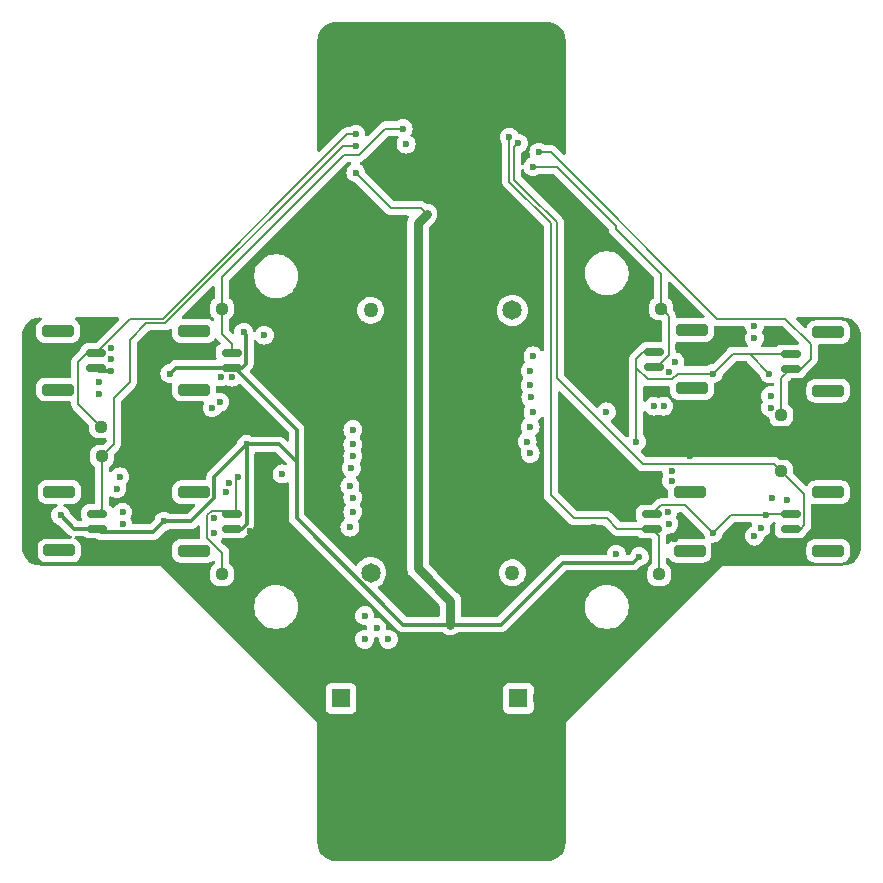
<source format=gbr>
%TF.GenerationSoftware,KiCad,Pcbnew,8.0.8*%
%TF.CreationDate,2025-02-10T22:14:39-08:00*%
%TF.ProjectId,CMOD_A7_Lower,434d4f44-5f41-4375-9f4c-6f7765722e6b,rev?*%
%TF.SameCoordinates,Original*%
%TF.FileFunction,Copper,L4,Bot*%
%TF.FilePolarity,Positive*%
%FSLAX46Y46*%
G04 Gerber Fmt 4.6, Leading zero omitted, Abs format (unit mm)*
G04 Created by KiCad (PCBNEW 8.0.8) date 2025-02-10 22:14:39*
%MOMM*%
%LPD*%
G01*
G04 APERTURE LIST*
G04 Aperture macros list*
%AMRoundRect*
0 Rectangle with rounded corners*
0 $1 Rounding radius*
0 $2 $3 $4 $5 $6 $7 $8 $9 X,Y pos of 4 corners*
0 Add a 4 corners polygon primitive as box body*
4,1,4,$2,$3,$4,$5,$6,$7,$8,$9,$2,$3,0*
0 Add four circle primitives for the rounded corners*
1,1,$1+$1,$2,$3*
1,1,$1+$1,$4,$5*
1,1,$1+$1,$6,$7*
1,1,$1+$1,$8,$9*
0 Add four rect primitives between the rounded corners*
20,1,$1+$1,$2,$3,$4,$5,0*
20,1,$1+$1,$4,$5,$6,$7,0*
20,1,$1+$1,$6,$7,$8,$9,0*
20,1,$1+$1,$8,$9,$2,$3,0*%
G04 Aperture macros list end*
%TA.AperFunction,ComponentPad*%
%ADD10R,1.600000X1.600000*%
%TD*%
%TA.AperFunction,ComponentPad*%
%ADD11C,1.600000*%
%TD*%
%TA.AperFunction,ComponentPad*%
%ADD12C,1.651000*%
%TD*%
%TA.AperFunction,ComponentPad*%
%ADD13C,1.270000*%
%TD*%
%TA.AperFunction,SMDPad,CuDef*%
%ADD14RoundRect,0.150000X0.700000X-0.150000X0.700000X0.150000X-0.700000X0.150000X-0.700000X-0.150000X0*%
%TD*%
%TA.AperFunction,SMDPad,CuDef*%
%ADD15RoundRect,0.250000X1.100000X-0.250000X1.100000X0.250000X-1.100000X0.250000X-1.100000X-0.250000X0*%
%TD*%
%TA.AperFunction,SMDPad,CuDef*%
%ADD16RoundRect,0.150000X-0.700000X0.150000X-0.700000X-0.150000X0.700000X-0.150000X0.700000X0.150000X0*%
%TD*%
%TA.AperFunction,SMDPad,CuDef*%
%ADD17RoundRect,0.250000X-1.100000X0.250000X-1.100000X-0.250000X1.100000X-0.250000X1.100000X0.250000X0*%
%TD*%
%TA.AperFunction,SMDPad,CuDef*%
%ADD18RoundRect,0.237500X0.250000X0.237500X-0.250000X0.237500X-0.250000X-0.237500X0.250000X-0.237500X0*%
%TD*%
%TA.AperFunction,SMDPad,CuDef*%
%ADD19RoundRect,0.237500X-0.250000X-0.237500X0.250000X-0.237500X0.250000X0.237500X-0.250000X0.237500X0*%
%TD*%
%TA.AperFunction,ViaPad*%
%ADD20C,0.600000*%
%TD*%
%TA.AperFunction,Conductor*%
%ADD21C,0.300000*%
%TD*%
%TA.AperFunction,Conductor*%
%ADD22C,0.800000*%
%TD*%
%TA.AperFunction,Conductor*%
%ADD23C,0.200000*%
%TD*%
G04 APERTURE END LIST*
D10*
%TO.P,C10,1*%
%TO.N,+12V*%
X92500000Y-109750000D03*
D11*
%TO.P,C10,2*%
%TO.N,GND*%
X94500000Y-109750000D03*
%TD*%
D10*
%TO.P,C9,1*%
%TO.N,+12V*%
X77500000Y-109750000D03*
D11*
%TO.P,C9,2*%
%TO.N,GND*%
X79500000Y-109750000D03*
%TD*%
D12*
%TO.P,J19,61*%
%TO.N,N/C*%
X91999876Y-76899992D03*
D13*
%TO.P,J19,62*%
X91999876Y-99100055D03*
%TD*%
D12*
%TO.P,J18,61*%
%TO.N,N/C*%
X80000124Y-99100008D03*
D13*
%TO.P,J18,62*%
X80000124Y-76899945D03*
%TD*%
D14*
%TO.P,J9,1,Pin_1*%
%TO.N,+3.3V*%
X56750000Y-81750000D03*
%TO.P,J9,2,Pin_2*%
%TO.N,/SW_00*%
X56750000Y-80500000D03*
D15*
%TO.P,J9,MP*%
%TO.N,N/C*%
X53550000Y-83600000D03*
X53550000Y-78650000D03*
%TD*%
D14*
%TO.P,J11,1,Pin_1*%
%TO.N,+3.3V*%
X68250000Y-81750000D03*
%TO.P,J11,2,Pin_2*%
%TO.N,/SW_10*%
X68250000Y-80500000D03*
D15*
%TO.P,J11,MP*%
%TO.N,N/C*%
X65050000Y-83600000D03*
X65050000Y-78650000D03*
%TD*%
D16*
%TO.P,J13,1,Pin_1*%
%TO.N,+3.3V*%
X104000000Y-80400000D03*
%TO.P,J13,2,Pin_2*%
%TO.N,/SW_20*%
X104000000Y-81650000D03*
D17*
%TO.P,J13,MP*%
%TO.N,N/C*%
X107200000Y-78550000D03*
X107200000Y-83500000D03*
%TD*%
D18*
%TO.P,R3,1*%
%TO.N,/SW_10*%
X67412500Y-76750000D03*
%TO.P,R3,2*%
%TO.N,GND*%
X65587500Y-76750000D03*
%TD*%
D14*
%TO.P,J10,1,Pin_1*%
%TO.N,+3.3V*%
X56850000Y-95375000D03*
%TO.P,J10,2,Pin_2*%
%TO.N,/SW_01*%
X56850000Y-94125000D03*
D15*
%TO.P,J10,MP*%
%TO.N,N/C*%
X53650000Y-97225000D03*
X53650000Y-92275000D03*
%TD*%
D19*
%TO.P,R6,1*%
%TO.N,/SW_21*%
X104425000Y-99250000D03*
%TO.P,R6,2*%
%TO.N,GND*%
X106250000Y-99250000D03*
%TD*%
D18*
%TO.P,R2,1*%
%TO.N,/SW_01*%
X57250000Y-89250000D03*
%TO.P,R2,2*%
%TO.N,GND*%
X55425000Y-89250000D03*
%TD*%
D16*
%TO.P,J14,1,Pin_1*%
%TO.N,+3.3V*%
X103800000Y-94150000D03*
%TO.P,J14,2,Pin_2*%
%TO.N,/SW_21*%
X103800000Y-95400000D03*
D17*
%TO.P,J14,MP*%
%TO.N,N/C*%
X107000000Y-92300000D03*
X107000000Y-97250000D03*
%TD*%
D14*
%TO.P,J12,1,Pin_1*%
%TO.N,+3.3V*%
X68250000Y-95400000D03*
%TO.P,J12,2,Pin_2*%
%TO.N,/SW_11*%
X68250000Y-94150000D03*
D15*
%TO.P,J12,MP*%
%TO.N,N/C*%
X65050000Y-97250000D03*
X65050000Y-92300000D03*
%TD*%
D19*
%TO.P,R8,1*%
%TO.N,/SW_31*%
X114750000Y-90500000D03*
%TO.P,R8,2*%
%TO.N,GND*%
X116575000Y-90500000D03*
%TD*%
D16*
%TO.P,J16,1,Pin_1*%
%TO.N,+3.3V*%
X115550000Y-94150000D03*
%TO.P,J16,2,Pin_2*%
%TO.N,/SW_31*%
X115550000Y-95400000D03*
D17*
%TO.P,J16,MP*%
%TO.N,N/C*%
X118750000Y-92300000D03*
X118750000Y-97250000D03*
%TD*%
D18*
%TO.P,R1,1*%
%TO.N,/SW_00*%
X57162500Y-86750000D03*
%TO.P,R1,2*%
%TO.N,GND*%
X55337500Y-86750000D03*
%TD*%
D19*
%TO.P,R7,1*%
%TO.N,/SW_30*%
X114750000Y-85750000D03*
%TO.P,R7,2*%
%TO.N,GND*%
X116575000Y-85750000D03*
%TD*%
%TO.P,R5,1*%
%TO.N,/SW_20*%
X104587500Y-76750000D03*
%TO.P,R5,2*%
%TO.N,GND*%
X106412500Y-76750000D03*
%TD*%
D18*
%TO.P,R4,1*%
%TO.N,/SW_11*%
X67412500Y-99250000D03*
%TO.P,R4,2*%
%TO.N,GND*%
X65587500Y-99250000D03*
%TD*%
D16*
%TO.P,J15,1,Pin_1*%
%TO.N,+3.3V*%
X115550000Y-80600000D03*
%TO.P,J15,2,Pin_2*%
%TO.N,/SW_30*%
X115550000Y-81850000D03*
D17*
%TO.P,J15,MP*%
%TO.N,N/C*%
X118750000Y-78750000D03*
X118750000Y-83700000D03*
%TD*%
D20*
%TO.N,GND*%
X51000000Y-88000000D03*
X86000000Y-53000000D03*
X91000000Y-118000000D03*
X69500000Y-86250000D03*
X107750000Y-77250000D03*
X116000000Y-88000000D03*
X95724999Y-97500000D03*
X86000000Y-93000000D03*
X98900000Y-95250000D03*
X76000000Y-73000000D03*
X96000000Y-68000000D03*
X91000000Y-58000000D03*
X86000000Y-78000000D03*
X86000000Y-98000000D03*
X105750000Y-96250000D03*
X76000000Y-103000000D03*
X111000000Y-88000000D03*
X107000000Y-89250000D03*
X69806305Y-95612933D03*
X66500000Y-75500000D03*
X81000000Y-118000000D03*
X66000000Y-88000000D03*
X96000000Y-103000000D03*
X76000000Y-68000000D03*
X115000000Y-79250000D03*
X121000000Y-88000000D03*
X81000000Y-53000000D03*
X91000000Y-73000000D03*
X102375000Y-90650000D03*
X81000000Y-58000000D03*
X81000000Y-113000000D03*
X86000000Y-73000000D03*
X74500000Y-80500000D03*
X106000000Y-80000000D03*
X81000000Y-108000000D03*
X96000000Y-108000000D03*
X106000000Y-88000000D03*
X90750000Y-60500000D03*
X61000000Y-88000000D03*
X104650000Y-87650000D03*
X86000000Y-83000000D03*
X86000000Y-58000000D03*
X107500000Y-99250000D03*
X91000000Y-53000000D03*
X102000000Y-80150000D03*
X76000000Y-108000000D03*
X116250000Y-89000000D03*
X96000000Y-118000000D03*
X100750000Y-89000000D03*
%TO.N,+3.3V*%
X109000000Y-95750000D03*
X102750000Y-97750000D03*
X63000000Y-82250000D03*
X86750000Y-103500000D03*
X109000000Y-82250000D03*
X113500000Y-94250000D03*
X53750000Y-94250000D03*
X102500000Y-88000000D03*
X69500000Y-88250000D03*
X69250000Y-78750000D03*
X113750000Y-82250000D03*
X62500000Y-94750000D03*
X84750000Y-68750000D03*
X58000000Y-82000000D03*
X78750000Y-65250000D03*
%TO.N,/MA_00*%
X58000000Y-81000000D03*
X67349999Y-82520865D03*
%TO.N,/EB_00*%
X57000000Y-83000000D03*
X78500000Y-87000000D03*
%TO.N,/MB_00*%
X68250000Y-82550000D03*
X58049265Y-80049265D03*
%TO.N,/EA_00*%
X57000000Y-84000000D03*
X78500000Y-88250000D03*
%TO.N,/EB_20*%
X93750000Y-80750000D03*
X112500000Y-78250000D03*
%TO.N,/MB_20*%
X104000000Y-85000000D03*
X113872932Y-85123507D03*
%TO.N,/MA_20*%
X113875000Y-84125000D03*
X104800003Y-85000000D03*
%TO.N,/EA_20*%
X93500000Y-82000000D03*
X112500000Y-79250000D03*
%TO.N,/EB_01*%
X78500000Y-89250000D03*
X67233003Y-84666614D03*
%TO.N,/EA_01*%
X78375000Y-90250000D03*
X66594205Y-85148217D03*
%TO.N,/EA_21*%
X93565300Y-84250000D03*
X105271382Y-82113531D03*
%TO.N,/EB_21*%
X105750000Y-81250000D03*
X93500000Y-83250000D03*
%TO.N,/EA_10*%
X78500000Y-92750000D03*
X59000000Y-95000000D03*
%TO.N,/EB_10*%
X59000000Y-94000000D03*
X78250000Y-91750000D03*
%TO.N,/MB_10*%
X58750000Y-91000000D03*
X68000000Y-91500000D03*
%TO.N,/MA_10*%
X58500000Y-92000000D03*
X67747017Y-92258949D03*
%TO.N,/MA_30*%
X113049265Y-95299265D03*
X105149999Y-94007224D03*
%TO.N,/EA_30*%
X93500000Y-86750000D03*
X115250000Y-92950000D03*
%TO.N,/MB_30*%
X105250000Y-95000000D03*
X112500000Y-96000000D03*
%TO.N,/EB_30*%
X113949997Y-92750000D03*
X93750000Y-85500000D03*
%TO.N,/EA_11*%
X66750000Y-95750000D03*
X78250000Y-95250000D03*
%TO.N,/EB_11*%
X78500000Y-94000000D03*
X66750000Y-94500000D03*
%TO.N,/EB_31*%
X105500000Y-90500000D03*
X93250000Y-88000000D03*
%TO.N,/EA_31*%
X93500000Y-89000000D03*
X105475737Y-91324266D03*
%TO.N,/SW_00*%
X78750000Y-62000000D03*
%TO.N,/SW_01*%
X78750000Y-63000000D03*
%TO.N,/SW_10*%
X82750000Y-61500000D03*
%TO.N,/SW_11*%
X83000000Y-62827500D03*
X68750000Y-91000000D03*
%TO.N,/SW_20*%
X93750000Y-64750000D03*
%TO.N,/SW_21*%
X91750000Y-62250000D03*
%TO.N,/SW_30*%
X94250000Y-63500000D03*
%TO.N,/SW_31*%
X92500000Y-62750000D03*
%TO.N,+12V*%
X79500000Y-102750000D03*
X80500000Y-103750000D03*
X79500000Y-104750000D03*
X100800000Y-97550000D03*
X72500000Y-90750000D03*
X71000000Y-79000000D03*
X81500000Y-104750000D03*
X99950000Y-85500000D03*
%TD*%
D21*
%TO.N,+3.3V*%
X91000000Y-103500000D02*
X96250000Y-98250000D01*
D22*
X86750000Y-101500000D02*
X84000000Y-98750000D01*
X84000000Y-69500000D02*
X84750000Y-68750000D01*
X86750000Y-103500000D02*
X86750000Y-101500000D01*
X84000000Y-98750000D02*
X84000000Y-69500000D01*
D21*
X96250000Y-98250000D02*
X102250000Y-98250000D01*
X86750000Y-103500000D02*
X91000000Y-103500000D01*
X102250000Y-98250000D02*
X102750000Y-97750000D01*
X86750000Y-103500000D02*
X82737707Y-103500000D01*
X82737707Y-103500000D02*
X73750000Y-94512293D01*
X73750000Y-94512293D02*
X73750000Y-89750000D01*
D23*
%TO.N,GND*%
X65587500Y-76412500D02*
X66500000Y-75500000D01*
X106250000Y-99250000D02*
X107500000Y-99250000D01*
X107250000Y-76750000D02*
X107750000Y-77250000D01*
X106412500Y-76750000D02*
X107250000Y-76750000D01*
X65587500Y-76750000D02*
X65587500Y-76412500D01*
%TO.N,+3.3V*%
X102500000Y-81750000D02*
X102500000Y-88000000D01*
X106657224Y-93407224D02*
X109000000Y-95750000D01*
D21*
X63500000Y-81750000D02*
X68250000Y-81750000D01*
X72250000Y-88250000D02*
X73750000Y-89750000D01*
D23*
X113500000Y-94250000D02*
X113600000Y-94150000D01*
D21*
X68500000Y-81750000D02*
X73750000Y-87000000D01*
D23*
X102500000Y-81750000D02*
X103463531Y-82713531D01*
X105983442Y-82250000D02*
X109000000Y-82250000D01*
X113500000Y-94250000D02*
X110500000Y-94250000D01*
D21*
X68250000Y-95400000D02*
X69099999Y-95400000D01*
D23*
X113750000Y-82250000D02*
X112100000Y-80600000D01*
D21*
X58000000Y-82000000D02*
X57000000Y-82000000D01*
X54875000Y-95375000D02*
X53750000Y-94250000D01*
X69099999Y-95400000D02*
X69500000Y-94999999D01*
X69099999Y-81750000D02*
X69450000Y-81399999D01*
X61575001Y-95674999D02*
X57149999Y-95674999D01*
D23*
X112100000Y-80600000D02*
X110650000Y-80600000D01*
D21*
X69450000Y-81399999D02*
X69450000Y-78950000D01*
D23*
X110650000Y-80600000D02*
X109000000Y-82250000D01*
X103800000Y-94150000D02*
X104542776Y-93407224D01*
D21*
X69450000Y-78950000D02*
X69250000Y-78750000D01*
X66750000Y-91000000D02*
X66750000Y-92805456D01*
X68250000Y-81750000D02*
X68500000Y-81750000D01*
D23*
X103100000Y-80400000D02*
X102500000Y-81000000D01*
X115550000Y-80600000D02*
X110650000Y-80600000D01*
D21*
X56850000Y-95375000D02*
X54875000Y-95375000D01*
X63000000Y-82250000D02*
X63500000Y-81750000D01*
D23*
X104000000Y-80400000D02*
X103100000Y-80400000D01*
X110500000Y-94250000D02*
X109000000Y-95750000D01*
X81750000Y-68250000D02*
X78750000Y-65250000D01*
D21*
X68250000Y-81750000D02*
X69099999Y-81750000D01*
X73750000Y-87000000D02*
X73750000Y-89750000D01*
X69500000Y-88250000D02*
X66750000Y-91000000D01*
D23*
X103463531Y-82713531D02*
X105519911Y-82713531D01*
X84750000Y-68750000D02*
X84250000Y-68250000D01*
X84250000Y-68250000D02*
X81750000Y-68250000D01*
D21*
X66750000Y-92805456D02*
X64805456Y-94750000D01*
X69500000Y-94999999D02*
X69500000Y-88250000D01*
D23*
X104542776Y-93407224D02*
X106657224Y-93407224D01*
D21*
X64805456Y-94750000D02*
X62500000Y-94750000D01*
D23*
X105519911Y-82713531D02*
X105983442Y-82250000D01*
D21*
X69500000Y-88250000D02*
X72250000Y-88250000D01*
D23*
X102500000Y-81000000D02*
X102500000Y-81750000D01*
X113600000Y-94150000D02*
X115550000Y-94150000D01*
D21*
X57149999Y-95674999D02*
X56850000Y-95375000D01*
X62500000Y-94750000D02*
X61575001Y-95674999D01*
X57000000Y-82000000D02*
X56750000Y-81750000D01*
D23*
%TO.N,/SW_00*%
X78750000Y-62000000D02*
X78000000Y-62000000D01*
X55250000Y-81250000D02*
X56000000Y-80500000D01*
X59650000Y-77600000D02*
X56750000Y-80500000D01*
X56000000Y-80500000D02*
X56750000Y-80500000D01*
X57162500Y-86750000D02*
X55250000Y-84837500D01*
X55250000Y-84837500D02*
X55250000Y-81250000D01*
X78000000Y-62000000D02*
X62400000Y-77600000D01*
X62400000Y-77600000D02*
X59650000Y-77600000D01*
%TO.N,/SW_01*%
X59600000Y-79400000D02*
X59600000Y-82998529D01*
X58250000Y-84348529D02*
X58250000Y-88250000D01*
X57250000Y-93725000D02*
X57250000Y-89250000D01*
X56850000Y-94125000D02*
X57250000Y-93725000D01*
X61000000Y-78000000D02*
X59600000Y-79400000D01*
X77625000Y-63000000D02*
X62625000Y-78000000D01*
X62625000Y-78000000D02*
X61000000Y-78000000D01*
X78750000Y-63000000D02*
X77625000Y-63000000D01*
X58250000Y-88250000D02*
X57250000Y-89250000D01*
X59600000Y-82998529D02*
X58250000Y-84348529D01*
%TO.N,/SW_10*%
X79000000Y-63750000D02*
X81250000Y-61500000D01*
X68250000Y-80500000D02*
X68250000Y-79715256D01*
X77750000Y-63750000D02*
X79000000Y-63750000D01*
X67412500Y-76750000D02*
X67412500Y-74087500D01*
X81250000Y-61500000D02*
X82750000Y-61500000D01*
X67412500Y-78877756D02*
X67412500Y-76750000D01*
X67412500Y-74087500D02*
X77750000Y-63750000D01*
X68250000Y-79715256D02*
X67412500Y-78877756D01*
%TO.N,/SW_11*%
X68600000Y-91150000D02*
X68750000Y-91000000D01*
X68250000Y-94150000D02*
X68600000Y-93800000D01*
X68250000Y-94150000D02*
X67950001Y-93850001D01*
X66150000Y-94251471D02*
X66150000Y-96150000D01*
X66551470Y-93850001D02*
X66150000Y-94251471D01*
X67950001Y-93850001D02*
X66551470Y-93850001D01*
X68600000Y-93800000D02*
X68600000Y-91150000D01*
X67412500Y-97412500D02*
X67412500Y-99250000D01*
X66150000Y-96150000D02*
X67412500Y-97412500D01*
%TO.N,/SW_20*%
X93750000Y-64750000D02*
X95750000Y-64750000D01*
X95750000Y-64750000D02*
X100750000Y-69750000D01*
X100750000Y-70000000D02*
X104587500Y-73837500D01*
X105250000Y-80640552D02*
X105250000Y-77412500D01*
X104000000Y-81650000D02*
X104240552Y-81650000D01*
X100750000Y-69750000D02*
X100750000Y-70000000D01*
X104240552Y-81650000D02*
X105250000Y-80640552D01*
X105250000Y-77412500D02*
X104587500Y-76750000D01*
X104587500Y-73837500D02*
X104587500Y-76750000D01*
%TO.N,/SW_21*%
X95250000Y-92500000D02*
X95250000Y-69500000D01*
X97250000Y-94500000D02*
X95250000Y-92500000D01*
X95250000Y-69500000D02*
X91750000Y-66000000D01*
X91750000Y-66000000D02*
X91750000Y-62250000D01*
X103800000Y-95400000D02*
X104425000Y-96025000D01*
X100900000Y-95400000D02*
X100000000Y-94500000D01*
X103800000Y-95400000D02*
X100900000Y-95400000D01*
X100000000Y-94500000D02*
X97250000Y-94500000D01*
X104425000Y-96025000D02*
X104425000Y-99250000D01*
%TO.N,/SW_30*%
X116400000Y-81850000D02*
X117250000Y-81000000D01*
X117250000Y-81000000D02*
X117250000Y-79750000D01*
X117250000Y-79750000D02*
X115100000Y-77600000D01*
X114750000Y-85750000D02*
X114750000Y-82650000D01*
X115100000Y-77600000D02*
X109350000Y-77600000D01*
X95250000Y-63500000D02*
X94250000Y-63500000D01*
X114750000Y-82650000D02*
X115550000Y-81850000D01*
X115550000Y-81850000D02*
X116400000Y-81850000D01*
X109350000Y-77600000D02*
X95250000Y-63500000D01*
%TO.N,/SW_31*%
X95750000Y-69434314D02*
X93407843Y-67092156D01*
X92150000Y-65834313D02*
X92150000Y-63100000D01*
X116700000Y-95099999D02*
X116700000Y-92450000D01*
X95750000Y-82600000D02*
X95750000Y-69434314D01*
X116700000Y-92450000D02*
X114750000Y-90500000D01*
X114750000Y-90500000D02*
X114150000Y-89900000D01*
X114150000Y-89900000D02*
X103050000Y-89900000D01*
X93407843Y-67092156D02*
X92150000Y-65834313D01*
X92150000Y-63100000D02*
X92500000Y-62750000D01*
X116399999Y-95400000D02*
X116700000Y-95099999D01*
X103050000Y-89900000D02*
X95750000Y-82600000D01*
X115550000Y-95400000D02*
X116399999Y-95400000D01*
%TD*%
%TA.AperFunction,Conductor*%
%TO.N,GND*%
G36*
X95004418Y-52500816D02*
G01*
X95204561Y-52515130D01*
X95222063Y-52517647D01*
X95413797Y-52559355D01*
X95430755Y-52564334D01*
X95614609Y-52632909D01*
X95630701Y-52640259D01*
X95802904Y-52734288D01*
X95817784Y-52743849D01*
X95974867Y-52861441D01*
X95988237Y-52873027D01*
X96126972Y-53011762D01*
X96138558Y-53025132D01*
X96256146Y-53182210D01*
X96265711Y-53197095D01*
X96359740Y-53369298D01*
X96367090Y-53385390D01*
X96435662Y-53569236D01*
X96440646Y-53586212D01*
X96482351Y-53777931D01*
X96484869Y-53795442D01*
X96499184Y-53995580D01*
X96499500Y-54004427D01*
X96499500Y-63600903D01*
X96479815Y-63667942D01*
X96427011Y-63713697D01*
X96357853Y-63723641D01*
X96294297Y-63694616D01*
X96287819Y-63688584D01*
X95737590Y-63138355D01*
X95737588Y-63138352D01*
X95618717Y-63019481D01*
X95618709Y-63019475D01*
X95516936Y-62960717D01*
X95516934Y-62960716D01*
X95481790Y-62940425D01*
X95481789Y-62940424D01*
X95440102Y-62929254D01*
X95329057Y-62899499D01*
X95170943Y-62899499D01*
X95163347Y-62899499D01*
X95163331Y-62899500D01*
X94832412Y-62899500D01*
X94765373Y-62879815D01*
X94755097Y-62872445D01*
X94752263Y-62870185D01*
X94752262Y-62870184D01*
X94684325Y-62827496D01*
X94599523Y-62774211D01*
X94429254Y-62714631D01*
X94429249Y-62714630D01*
X94250004Y-62694435D01*
X94249996Y-62694435D01*
X94070750Y-62714630D01*
X94070745Y-62714631D01*
X93900476Y-62774211D01*
X93747737Y-62870184D01*
X93620184Y-62997737D01*
X93524211Y-63150476D01*
X93464631Y-63320745D01*
X93464630Y-63320750D01*
X93444435Y-63499996D01*
X93444435Y-63500003D01*
X93464630Y-63679249D01*
X93464631Y-63679254D01*
X93524217Y-63849539D01*
X93527778Y-63919318D01*
X93493049Y-63979946D01*
X93448131Y-64007535D01*
X93400479Y-64024209D01*
X93247737Y-64120184D01*
X93120184Y-64247737D01*
X93024209Y-64400480D01*
X92991541Y-64493840D01*
X92950820Y-64550616D01*
X92885867Y-64576363D01*
X92817305Y-64562907D01*
X92766903Y-64514519D01*
X92750500Y-64452885D01*
X92750500Y-63598421D01*
X92770185Y-63531382D01*
X92822989Y-63485627D01*
X92833542Y-63481380D01*
X92849522Y-63475789D01*
X93002262Y-63379816D01*
X93129816Y-63252262D01*
X93225789Y-63099522D01*
X93285368Y-62929255D01*
X93288721Y-62899499D01*
X93305565Y-62750003D01*
X93305565Y-62749996D01*
X93285369Y-62570750D01*
X93285368Y-62570745D01*
X93252907Y-62477976D01*
X93225789Y-62400478D01*
X93129816Y-62247738D01*
X93002262Y-62120184D01*
X92849523Y-62024211D01*
X92679254Y-61964631D01*
X92679250Y-61964630D01*
X92563008Y-61951533D01*
X92498594Y-61924466D01*
X92471898Y-61894285D01*
X92379815Y-61747737D01*
X92252262Y-61620184D01*
X92099523Y-61524211D01*
X91929254Y-61464631D01*
X91929249Y-61464630D01*
X91750004Y-61444435D01*
X91749996Y-61444435D01*
X91570750Y-61464630D01*
X91570745Y-61464631D01*
X91400476Y-61524211D01*
X91247737Y-61620184D01*
X91120184Y-61747737D01*
X91024211Y-61900476D01*
X90964631Y-62070745D01*
X90964630Y-62070750D01*
X90944435Y-62249996D01*
X90944435Y-62250003D01*
X90964630Y-62429249D01*
X90964631Y-62429254D01*
X91024211Y-62599523D01*
X91054829Y-62648250D01*
X91118760Y-62749996D01*
X91120185Y-62752263D01*
X91122445Y-62755097D01*
X91123334Y-62757275D01*
X91123889Y-62758158D01*
X91123734Y-62758255D01*
X91148855Y-62819783D01*
X91149500Y-62832412D01*
X91149500Y-65913330D01*
X91149499Y-65913348D01*
X91149499Y-66079054D01*
X91149498Y-66079054D01*
X91190423Y-66231785D01*
X91219358Y-66281900D01*
X91219359Y-66281904D01*
X91219360Y-66281904D01*
X91269479Y-66368714D01*
X91269481Y-66368717D01*
X91388349Y-66487585D01*
X91388355Y-66487590D01*
X94613181Y-69712416D01*
X94646666Y-69773739D01*
X94649500Y-69800097D01*
X94649500Y-80246523D01*
X94629815Y-80313562D01*
X94577011Y-80359317D01*
X94507853Y-80369261D01*
X94444297Y-80340236D01*
X94420507Y-80312496D01*
X94379817Y-80247739D01*
X94252262Y-80120184D01*
X94099523Y-80024211D01*
X93929254Y-79964631D01*
X93929249Y-79964630D01*
X93750004Y-79944435D01*
X93749996Y-79944435D01*
X93570750Y-79964630D01*
X93570745Y-79964631D01*
X93400476Y-80024211D01*
X93247737Y-80120184D01*
X93120184Y-80247737D01*
X93024211Y-80400476D01*
X92964631Y-80570745D01*
X92964630Y-80570750D01*
X92944435Y-80749996D01*
X92944435Y-80750003D01*
X92964630Y-80929249D01*
X92964631Y-80929254D01*
X93024211Y-81099523D01*
X93072674Y-81176651D01*
X93091674Y-81243888D01*
X93071306Y-81310723D01*
X93033654Y-81347616D01*
X92997736Y-81370185D01*
X92870184Y-81497737D01*
X92774211Y-81650476D01*
X92714631Y-81820745D01*
X92714630Y-81820750D01*
X92694435Y-81999996D01*
X92694435Y-82000003D01*
X92714630Y-82179249D01*
X92714631Y-82179254D01*
X92774211Y-82349523D01*
X92870184Y-82502262D01*
X92905241Y-82537319D01*
X92938726Y-82598642D01*
X92933742Y-82668334D01*
X92905241Y-82712681D01*
X92870184Y-82747737D01*
X92774211Y-82900476D01*
X92714631Y-83070745D01*
X92714630Y-83070750D01*
X92694435Y-83249996D01*
X92694435Y-83250003D01*
X92714630Y-83429249D01*
X92714631Y-83429254D01*
X92774211Y-83599523D01*
X92859959Y-83735989D01*
X92878959Y-83803226D01*
X92859961Y-83867930D01*
X92839509Y-83900481D01*
X92779933Y-84070737D01*
X92779930Y-84070750D01*
X92759735Y-84249996D01*
X92759735Y-84250003D01*
X92779930Y-84429249D01*
X92779931Y-84429254D01*
X92839511Y-84599523D01*
X92899149Y-84694435D01*
X92935484Y-84752262D01*
X93063038Y-84879816D01*
X93063040Y-84879817D01*
X93063832Y-84880449D01*
X93064211Y-84880989D01*
X93067962Y-84884740D01*
X93067304Y-84885397D01*
X93103972Y-84937638D01*
X93106821Y-85007450D01*
X93091512Y-85043366D01*
X93024212Y-85150474D01*
X92964631Y-85320745D01*
X92964630Y-85320750D01*
X92944435Y-85499996D01*
X92944435Y-85500003D01*
X92964630Y-85679249D01*
X92964631Y-85679254D01*
X93024211Y-85849523D01*
X93072674Y-85926651D01*
X93091674Y-85993888D01*
X93071306Y-86060723D01*
X93033654Y-86097616D01*
X92997736Y-86120185D01*
X92870184Y-86247737D01*
X92774211Y-86400476D01*
X92714631Y-86570745D01*
X92714630Y-86570750D01*
X92694435Y-86749996D01*
X92694435Y-86750003D01*
X92714630Y-86929249D01*
X92714631Y-86929254D01*
X92774211Y-87099523D01*
X92822674Y-87176651D01*
X92841674Y-87243888D01*
X92821306Y-87310723D01*
X92783654Y-87347616D01*
X92747736Y-87370185D01*
X92620184Y-87497737D01*
X92524211Y-87650476D01*
X92464631Y-87820745D01*
X92464630Y-87820750D01*
X92444435Y-87999996D01*
X92444435Y-88000003D01*
X92464630Y-88179249D01*
X92464631Y-88179254D01*
X92524211Y-88349523D01*
X92620184Y-88502262D01*
X92717610Y-88599688D01*
X92751095Y-88661011D01*
X92746971Y-88728323D01*
X92714632Y-88820742D01*
X92714630Y-88820750D01*
X92694435Y-88999996D01*
X92694435Y-89000003D01*
X92714630Y-89179249D01*
X92714631Y-89179254D01*
X92774211Y-89349523D01*
X92824315Y-89429262D01*
X92870184Y-89502262D01*
X92997738Y-89629816D01*
X93150478Y-89725789D01*
X93266043Y-89766227D01*
X93320745Y-89785368D01*
X93320750Y-89785369D01*
X93499996Y-89805565D01*
X93500000Y-89805565D01*
X93500004Y-89805565D01*
X93679249Y-89785369D01*
X93679252Y-89785368D01*
X93679255Y-89785368D01*
X93849522Y-89725789D01*
X94002262Y-89629816D01*
X94129816Y-89502262D01*
X94225789Y-89349522D01*
X94285368Y-89179255D01*
X94293032Y-89111236D01*
X94305565Y-89000003D01*
X94305565Y-88999996D01*
X94285369Y-88820750D01*
X94285368Y-88820745D01*
X94283698Y-88815973D01*
X94225789Y-88650478D01*
X94223974Y-88647590D01*
X94163690Y-88551648D01*
X94129816Y-88497738D01*
X94032389Y-88400311D01*
X93998904Y-88338988D01*
X94003029Y-88271674D01*
X94035367Y-88179259D01*
X94035369Y-88179249D01*
X94055565Y-88000003D01*
X94055565Y-87999996D01*
X94035369Y-87820750D01*
X94035368Y-87820745D01*
X94002040Y-87725499D01*
X93975789Y-87650478D01*
X93970190Y-87641568D01*
X93927325Y-87573348D01*
X93908325Y-87506112D01*
X93928693Y-87439276D01*
X93966348Y-87402382D01*
X93968255Y-87401183D01*
X94002262Y-87379816D01*
X94129816Y-87252262D01*
X94225789Y-87099522D01*
X94285368Y-86929255D01*
X94285369Y-86929249D01*
X94305565Y-86750003D01*
X94305565Y-86749996D01*
X94285369Y-86570750D01*
X94285368Y-86570745D01*
X94225788Y-86400476D01*
X94177325Y-86323348D01*
X94158325Y-86256112D01*
X94178693Y-86189276D01*
X94216348Y-86152382D01*
X94218255Y-86151183D01*
X94252262Y-86129816D01*
X94379816Y-86002262D01*
X94420506Y-85937503D01*
X94472841Y-85891213D01*
X94541894Y-85880565D01*
X94605743Y-85908940D01*
X94644115Y-85967330D01*
X94649500Y-86003476D01*
X94649500Y-92413330D01*
X94649499Y-92413348D01*
X94649499Y-92579054D01*
X94649498Y-92579054D01*
X94682655Y-92702797D01*
X94690423Y-92731785D01*
X94712917Y-92770745D01*
X94757316Y-92847647D01*
X94769479Y-92868714D01*
X94769481Y-92868717D01*
X94888349Y-92987585D01*
X94888355Y-92987590D01*
X96765139Y-94864374D01*
X96765149Y-94864385D01*
X96769479Y-94868715D01*
X96769480Y-94868716D01*
X96881284Y-94980520D01*
X96951298Y-95020942D01*
X96976282Y-95035367D01*
X97018215Y-95059577D01*
X97170943Y-95100500D01*
X99699903Y-95100500D01*
X99766942Y-95120185D01*
X99787584Y-95136819D01*
X100415139Y-95764374D01*
X100415149Y-95764385D01*
X100419479Y-95768715D01*
X100419480Y-95768716D01*
X100531284Y-95880520D01*
X100611557Y-95926865D01*
X100654857Y-95951865D01*
X100668215Y-95959577D01*
X100820942Y-96000500D01*
X100820943Y-96000500D01*
X102579192Y-96000500D01*
X102646231Y-96020185D01*
X102666874Y-96036820D01*
X102698129Y-96068076D01*
X102698133Y-96068079D01*
X102698135Y-96068081D01*
X102839602Y-96151744D01*
X102848486Y-96154325D01*
X102997426Y-96197597D01*
X102997429Y-96197597D01*
X102997431Y-96197598D01*
X103034306Y-96200500D01*
X103699903Y-96200500D01*
X103766942Y-96220185D01*
X103787584Y-96236819D01*
X103788181Y-96237416D01*
X103821666Y-96298739D01*
X103824500Y-96325097D01*
X103824500Y-98292388D01*
X103804815Y-98359427D01*
X103765598Y-98397926D01*
X103714150Y-98429659D01*
X103592161Y-98551648D01*
X103501593Y-98698481D01*
X103501591Y-98698486D01*
X103482772Y-98755278D01*
X103447326Y-98862247D01*
X103447326Y-98862248D01*
X103447325Y-98862248D01*
X103437000Y-98963315D01*
X103437000Y-99536669D01*
X103437001Y-99536687D01*
X103447325Y-99637752D01*
X103483609Y-99747249D01*
X103501592Y-99801516D01*
X103592160Y-99948350D01*
X103714150Y-100070340D01*
X103860984Y-100160908D01*
X104024747Y-100215174D01*
X104125823Y-100225500D01*
X104724176Y-100225499D01*
X104724184Y-100225498D01*
X104724187Y-100225498D01*
X104779530Y-100219844D01*
X104825253Y-100215174D01*
X104989016Y-100160908D01*
X105135850Y-100070340D01*
X105257840Y-99948350D01*
X105348408Y-99801516D01*
X105402674Y-99637753D01*
X105413000Y-99536677D01*
X105412999Y-98963324D01*
X105402674Y-98862247D01*
X105348408Y-98698484D01*
X105257840Y-98551650D01*
X105135850Y-98429660D01*
X105135849Y-98429659D01*
X105084402Y-98397926D01*
X105037678Y-98345978D01*
X105025500Y-98292388D01*
X105025500Y-97949042D01*
X105045185Y-97882003D01*
X105097989Y-97836248D01*
X105167147Y-97826304D01*
X105230703Y-97855329D01*
X105255039Y-97883946D01*
X105294099Y-97947274D01*
X105307288Y-97968656D01*
X105431344Y-98092712D01*
X105580666Y-98184814D01*
X105747203Y-98239999D01*
X105849991Y-98250500D01*
X108150008Y-98250499D01*
X108252797Y-98239999D01*
X108419334Y-98184814D01*
X108568656Y-98092712D01*
X108692712Y-97968656D01*
X108784814Y-97819334D01*
X108839999Y-97652797D01*
X108850500Y-97550009D01*
X108850499Y-96949992D01*
X108850498Y-96949983D01*
X116899500Y-96949983D01*
X116899500Y-97550001D01*
X116899501Y-97550019D01*
X116910000Y-97652796D01*
X116910001Y-97652799D01*
X116965185Y-97819331D01*
X116965187Y-97819336D01*
X116983615Y-97849213D01*
X117057288Y-97968656D01*
X117181344Y-98092712D01*
X117330666Y-98184814D01*
X117497203Y-98239999D01*
X117599991Y-98250500D01*
X119900008Y-98250499D01*
X120002797Y-98239999D01*
X120169334Y-98184814D01*
X120318656Y-98092712D01*
X120442712Y-97968656D01*
X120534814Y-97819334D01*
X120589999Y-97652797D01*
X120600500Y-97550009D01*
X120600499Y-96949992D01*
X120599931Y-96944435D01*
X120589999Y-96847203D01*
X120589998Y-96847200D01*
X120581714Y-96822200D01*
X120534814Y-96680666D01*
X120442712Y-96531344D01*
X120318656Y-96407288D01*
X120186054Y-96325499D01*
X120169336Y-96315187D01*
X120169331Y-96315185D01*
X120134789Y-96303739D01*
X120002797Y-96260001D01*
X120002795Y-96260000D01*
X119900010Y-96249500D01*
X117599998Y-96249500D01*
X117599981Y-96249501D01*
X117497203Y-96260000D01*
X117497200Y-96260001D01*
X117330668Y-96315185D01*
X117330663Y-96315187D01*
X117181342Y-96407289D01*
X117057289Y-96531342D01*
X116965187Y-96680663D01*
X116965186Y-96680666D01*
X116910001Y-96847203D01*
X116910001Y-96847204D01*
X116910000Y-96847204D01*
X116899500Y-96949983D01*
X108850498Y-96949983D01*
X108849931Y-96944435D01*
X108839999Y-96847203D01*
X108839998Y-96847200D01*
X108831714Y-96822200D01*
X108794349Y-96709443D01*
X108791948Y-96639616D01*
X108827680Y-96579574D01*
X108890200Y-96548381D01*
X108925936Y-96547220D01*
X108988798Y-96554302D01*
X108999999Y-96555565D01*
X109000000Y-96555565D01*
X109000004Y-96555565D01*
X109179249Y-96535369D01*
X109179252Y-96535368D01*
X109179255Y-96535368D01*
X109349522Y-96475789D01*
X109502262Y-96379816D01*
X109629816Y-96252262D01*
X109725789Y-96099522D01*
X109785368Y-95929255D01*
X109795161Y-95842329D01*
X109822226Y-95777918D01*
X109830690Y-95768543D01*
X110712416Y-94886819D01*
X110773739Y-94853334D01*
X110800097Y-94850500D01*
X112183441Y-94850500D01*
X112250480Y-94870185D01*
X112296235Y-94922989D01*
X112306179Y-94992147D01*
X112300483Y-95015451D01*
X112285044Y-95059576D01*
X112263895Y-95120015D01*
X112259187Y-95161801D01*
X112232119Y-95226215D01*
X112176924Y-95264957D01*
X112150475Y-95274212D01*
X111997737Y-95370184D01*
X111870184Y-95497737D01*
X111774211Y-95650476D01*
X111714631Y-95820745D01*
X111714630Y-95820750D01*
X111694435Y-95999996D01*
X111694435Y-96000003D01*
X111714630Y-96179249D01*
X111714631Y-96179254D01*
X111774211Y-96349523D01*
X111870184Y-96502262D01*
X111997738Y-96629816D01*
X112150478Y-96725789D01*
X112261479Y-96764630D01*
X112320745Y-96785368D01*
X112320750Y-96785369D01*
X112499996Y-96805565D01*
X112500000Y-96805565D01*
X112500004Y-96805565D01*
X112679249Y-96785369D01*
X112679252Y-96785368D01*
X112679255Y-96785368D01*
X112849522Y-96725789D01*
X113002262Y-96629816D01*
X113129816Y-96502262D01*
X113225789Y-96349522D01*
X113285368Y-96179255D01*
X113290076Y-96137464D01*
X113317140Y-96073053D01*
X113372343Y-96034306D01*
X113398787Y-96025054D01*
X113551527Y-95929081D01*
X113679081Y-95801527D01*
X113775054Y-95648787D01*
X113834633Y-95478520D01*
X113840184Y-95429254D01*
X113854830Y-95299268D01*
X113854830Y-95299261D01*
X113834634Y-95120016D01*
X113834633Y-95120014D01*
X113834633Y-95120010D01*
X113828606Y-95102788D01*
X113825044Y-95033013D01*
X113859772Y-94972385D01*
X113879669Y-94956845D01*
X114002262Y-94879816D01*
X114069136Y-94812941D01*
X114130455Y-94779459D01*
X114200147Y-94784443D01*
X114256081Y-94826314D01*
X114280498Y-94891778D01*
X114265647Y-94960051D01*
X114263548Y-94963743D01*
X114248255Y-94989602D01*
X114248254Y-94989606D01*
X114202402Y-95147426D01*
X114202401Y-95147432D01*
X114199500Y-95184298D01*
X114199500Y-95615701D01*
X114202401Y-95652567D01*
X114202402Y-95652573D01*
X114248254Y-95810393D01*
X114248255Y-95810396D01*
X114331917Y-95951862D01*
X114331923Y-95951870D01*
X114448129Y-96068076D01*
X114448133Y-96068079D01*
X114448135Y-96068081D01*
X114589602Y-96151744D01*
X114598486Y-96154325D01*
X114747426Y-96197597D01*
X114747429Y-96197597D01*
X114747431Y-96197598D01*
X114784306Y-96200500D01*
X114784314Y-96200500D01*
X116315686Y-96200500D01*
X116315694Y-96200500D01*
X116352569Y-96197598D01*
X116352571Y-96197597D01*
X116352573Y-96197597D01*
X116394191Y-96185505D01*
X116510398Y-96151744D01*
X116651865Y-96068081D01*
X116768081Y-95951865D01*
X116851744Y-95810398D01*
X116851747Y-95810384D01*
X116852189Y-95809367D01*
X116853459Y-95807496D01*
X116855716Y-95803682D01*
X116855955Y-95803823D01*
X116878321Y-95770913D01*
X116880519Y-95768716D01*
X116880519Y-95768714D01*
X116890720Y-95758515D01*
X116890727Y-95758505D01*
X117058506Y-95590727D01*
X117058511Y-95590723D01*
X117068714Y-95580519D01*
X117068716Y-95580519D01*
X117180520Y-95468715D01*
X117259577Y-95331783D01*
X117290967Y-95214632D01*
X117300500Y-95179057D01*
X117300500Y-95020942D01*
X117300500Y-93396537D01*
X117320185Y-93329498D01*
X117372989Y-93283743D01*
X117442147Y-93273799D01*
X117463496Y-93278829D01*
X117497203Y-93289999D01*
X117599991Y-93300500D01*
X119900008Y-93300499D01*
X120002797Y-93289999D01*
X120169334Y-93234814D01*
X120318656Y-93142712D01*
X120442712Y-93018656D01*
X120534814Y-92869334D01*
X120589999Y-92702797D01*
X120600500Y-92600009D01*
X120600499Y-91999992D01*
X120589999Y-91897203D01*
X120534814Y-91730666D01*
X120442712Y-91581344D01*
X120318656Y-91457288D01*
X120169334Y-91365186D01*
X120002797Y-91310001D01*
X120002795Y-91310000D01*
X119900010Y-91299500D01*
X117599998Y-91299500D01*
X117599981Y-91299501D01*
X117497203Y-91310000D01*
X117497200Y-91310001D01*
X117330668Y-91365185D01*
X117330663Y-91365187D01*
X117181342Y-91457289D01*
X117057287Y-91581344D01*
X116995902Y-91680865D01*
X116943954Y-91727589D01*
X116874991Y-91738810D01*
X116810909Y-91710967D01*
X116802683Y-91703448D01*
X115774318Y-90675083D01*
X115740833Y-90613760D01*
X115737999Y-90587402D01*
X115737999Y-90213330D01*
X115737998Y-90213313D01*
X115727674Y-90112247D01*
X115713923Y-90070750D01*
X115673408Y-89948484D01*
X115582840Y-89801650D01*
X115460850Y-89679660D01*
X115369629Y-89623395D01*
X115314018Y-89589093D01*
X115314013Y-89589091D01*
X115312569Y-89588612D01*
X115150253Y-89534826D01*
X115150251Y-89534825D01*
X115049184Y-89524500D01*
X115049177Y-89524500D01*
X114675098Y-89524500D01*
X114608059Y-89504815D01*
X114587417Y-89488181D01*
X114518717Y-89419481D01*
X114518716Y-89419480D01*
X114431904Y-89369360D01*
X114431904Y-89369359D01*
X114431900Y-89369358D01*
X114381785Y-89340423D01*
X114229057Y-89299499D01*
X114070943Y-89299499D01*
X114063347Y-89299499D01*
X114063331Y-89299500D01*
X103350097Y-89299500D01*
X103283058Y-89279815D01*
X103262416Y-89263181D01*
X102883013Y-88883778D01*
X102849528Y-88822455D01*
X102854512Y-88752763D01*
X102896384Y-88696830D01*
X102904707Y-88691113D01*
X103002262Y-88629816D01*
X103129816Y-88502262D01*
X103225789Y-88349522D01*
X103285368Y-88179255D01*
X103286305Y-88170938D01*
X103305565Y-88000003D01*
X103305565Y-87999996D01*
X103285369Y-87820750D01*
X103285368Y-87820745D01*
X103252040Y-87725499D01*
X103225789Y-87650478D01*
X103220190Y-87641568D01*
X103191104Y-87595277D01*
X103129816Y-87497738D01*
X103129814Y-87497736D01*
X103129813Y-87497734D01*
X103127550Y-87494896D01*
X103126659Y-87492715D01*
X103126111Y-87491842D01*
X103126264Y-87491745D01*
X103101144Y-87430209D01*
X103100500Y-87417587D01*
X103100500Y-85503476D01*
X103120185Y-85436437D01*
X103172989Y-85390682D01*
X103242147Y-85380738D01*
X103305703Y-85409763D01*
X103329493Y-85437503D01*
X103370184Y-85502262D01*
X103497738Y-85629816D01*
X103530623Y-85650479D01*
X103646817Y-85723489D01*
X103650478Y-85725789D01*
X103729163Y-85753322D01*
X103820745Y-85785368D01*
X103820750Y-85785369D01*
X103999996Y-85805565D01*
X104000000Y-85805565D01*
X104000004Y-85805565D01*
X104179249Y-85785369D01*
X104179251Y-85785368D01*
X104179255Y-85785368D01*
X104179258Y-85785366D01*
X104179262Y-85785366D01*
X104356095Y-85723489D01*
X104356846Y-85725637D01*
X104415128Y-85716035D01*
X104443592Y-85724391D01*
X104443908Y-85723489D01*
X104620748Y-85785368D01*
X104620753Y-85785369D01*
X104799999Y-85805565D01*
X104800003Y-85805565D01*
X104800007Y-85805565D01*
X104979252Y-85785369D01*
X104979255Y-85785368D01*
X104979258Y-85785368D01*
X105149525Y-85725789D01*
X105302265Y-85629816D01*
X105429819Y-85502262D01*
X105525792Y-85349522D01*
X105585371Y-85179255D01*
X105585372Y-85179249D01*
X105605568Y-85000003D01*
X105605568Y-84999996D01*
X105585372Y-84820750D01*
X105585371Y-84820745D01*
X105564697Y-84761661D01*
X105525792Y-84650478D01*
X105517742Y-84637667D01*
X105453114Y-84534812D01*
X105429819Y-84497738D01*
X105302265Y-84370184D01*
X105258544Y-84342712D01*
X105149526Y-84274211D01*
X104979257Y-84214631D01*
X104979252Y-84214630D01*
X104800007Y-84194435D01*
X104799999Y-84194435D01*
X104620753Y-84214630D01*
X104620740Y-84214633D01*
X104443909Y-84276510D01*
X104443160Y-84274369D01*
X104384824Y-84283958D01*
X104356408Y-84275611D01*
X104356094Y-84276510D01*
X104179262Y-84214633D01*
X104179249Y-84214630D01*
X104000004Y-84194435D01*
X103999996Y-84194435D01*
X103820750Y-84214630D01*
X103820745Y-84214631D01*
X103650476Y-84274211D01*
X103497737Y-84370184D01*
X103370182Y-84497739D01*
X103329493Y-84562496D01*
X103277158Y-84608787D01*
X103208105Y-84619434D01*
X103144257Y-84591059D01*
X103105885Y-84532669D01*
X103100500Y-84496523D01*
X103100500Y-83399540D01*
X103120185Y-83332501D01*
X103172989Y-83286746D01*
X103242147Y-83276802D01*
X103256576Y-83279761D01*
X103384474Y-83314032D01*
X103384477Y-83314032D01*
X103550185Y-83314032D01*
X103550201Y-83314031D01*
X105225500Y-83314031D01*
X105292539Y-83333716D01*
X105338294Y-83386520D01*
X105349500Y-83438031D01*
X105349500Y-83800001D01*
X105349501Y-83800019D01*
X105360000Y-83902796D01*
X105360001Y-83902799D01*
X105415185Y-84069331D01*
X105415186Y-84069334D01*
X105507288Y-84218656D01*
X105631344Y-84342712D01*
X105780666Y-84434814D01*
X105947203Y-84489999D01*
X106049991Y-84500500D01*
X108350008Y-84500499D01*
X108452797Y-84489999D01*
X108619334Y-84434814D01*
X108768656Y-84342712D01*
X108892712Y-84218656D01*
X108984814Y-84069334D01*
X109039999Y-83902797D01*
X109050500Y-83800009D01*
X109050499Y-83199992D01*
X109047809Y-83173664D01*
X109060577Y-83104974D01*
X109108457Y-83054089D01*
X109157284Y-83037843D01*
X109179255Y-83035368D01*
X109349522Y-82975789D01*
X109502262Y-82879816D01*
X109629816Y-82752262D01*
X109725789Y-82599522D01*
X109785368Y-82429255D01*
X109795161Y-82342329D01*
X109822226Y-82277918D01*
X109830690Y-82268543D01*
X110862416Y-81236819D01*
X110923739Y-81203334D01*
X110950097Y-81200500D01*
X111799903Y-81200500D01*
X111866942Y-81220185D01*
X111887584Y-81236819D01*
X112919298Y-82268533D01*
X112952783Y-82329856D01*
X112954837Y-82342330D01*
X112964630Y-82429249D01*
X113024210Y-82599521D01*
X113097057Y-82715455D01*
X113120184Y-82752262D01*
X113247738Y-82879816D01*
X113400478Y-82975789D01*
X113557313Y-83030668D01*
X113570745Y-83035368D01*
X113570750Y-83035369D01*
X113749996Y-83055565D01*
X113750000Y-83055565D01*
X113750004Y-83055565D01*
X113929249Y-83035369D01*
X113929250Y-83035368D01*
X113929255Y-83035368D01*
X113984545Y-83016020D01*
X114054322Y-83012458D01*
X114114950Y-83047186D01*
X114147178Y-83109179D01*
X114149500Y-83133062D01*
X114149500Y-83211607D01*
X114129815Y-83278646D01*
X114077011Y-83324401D01*
X114011617Y-83334827D01*
X113875004Y-83319435D01*
X113874996Y-83319435D01*
X113695750Y-83339630D01*
X113695745Y-83339631D01*
X113525476Y-83399211D01*
X113372737Y-83495184D01*
X113245184Y-83622737D01*
X113149211Y-83775476D01*
X113089631Y-83945745D01*
X113089630Y-83945750D01*
X113069435Y-84124996D01*
X113069435Y-84125003D01*
X113089630Y-84304249D01*
X113089631Y-84304254D01*
X113149211Y-84474523D01*
X113200806Y-84556635D01*
X113219806Y-84623871D01*
X113200807Y-84688578D01*
X113147140Y-84773989D01*
X113087565Y-84944244D01*
X113087562Y-84944257D01*
X113067367Y-85123503D01*
X113067367Y-85123510D01*
X113087562Y-85302756D01*
X113087563Y-85302761D01*
X113147143Y-85473030D01*
X113165511Y-85502262D01*
X113243116Y-85625769D01*
X113370670Y-85753323D01*
X113523410Y-85849296D01*
X113678954Y-85903723D01*
X113735730Y-85944445D01*
X113761478Y-86009397D01*
X113762000Y-86020758D01*
X113762000Y-86036665D01*
X113762001Y-86036687D01*
X113772325Y-86137752D01*
X113826592Y-86301515D01*
X113826593Y-86301518D01*
X113840058Y-86323348D01*
X113917160Y-86448350D01*
X114039150Y-86570340D01*
X114185984Y-86660908D01*
X114349747Y-86715174D01*
X114450823Y-86725500D01*
X115049176Y-86725499D01*
X115049184Y-86725498D01*
X115049187Y-86725498D01*
X115104530Y-86719844D01*
X115150253Y-86715174D01*
X115314016Y-86660908D01*
X115460850Y-86570340D01*
X115582840Y-86448350D01*
X115673408Y-86301516D01*
X115727674Y-86137753D01*
X115738000Y-86036677D01*
X115737999Y-85463324D01*
X115736840Y-85451982D01*
X115727674Y-85362247D01*
X115723457Y-85349522D01*
X115673408Y-85198484D01*
X115582840Y-85051650D01*
X115460850Y-84929660D01*
X115460849Y-84929659D01*
X115409402Y-84897926D01*
X115362678Y-84845978D01*
X115350500Y-84792388D01*
X115350500Y-83399983D01*
X116899500Y-83399983D01*
X116899500Y-84000001D01*
X116899501Y-84000019D01*
X116910000Y-84102796D01*
X116910001Y-84102799D01*
X116965185Y-84269331D01*
X116965187Y-84269336D01*
X116969612Y-84276510D01*
X117057288Y-84418656D01*
X117181344Y-84542712D01*
X117330666Y-84634814D01*
X117497203Y-84689999D01*
X117599991Y-84700500D01*
X119900008Y-84700499D01*
X120002797Y-84689999D01*
X120169334Y-84634814D01*
X120318656Y-84542712D01*
X120442712Y-84418656D01*
X120534814Y-84269334D01*
X120589999Y-84102797D01*
X120600500Y-84000009D01*
X120600499Y-83399992D01*
X120597153Y-83367241D01*
X120589999Y-83297203D01*
X120589998Y-83297200D01*
X120574356Y-83249996D01*
X120534814Y-83130666D01*
X120442712Y-82981344D01*
X120318656Y-82857288D01*
X120202056Y-82785369D01*
X120169336Y-82765187D01*
X120169331Y-82765185D01*
X120122884Y-82749794D01*
X120002797Y-82710001D01*
X120002795Y-82710000D01*
X119900010Y-82699500D01*
X117599998Y-82699500D01*
X117599981Y-82699501D01*
X117497203Y-82710000D01*
X117497200Y-82710001D01*
X117330668Y-82765185D01*
X117330663Y-82765187D01*
X117181342Y-82857289D01*
X117057289Y-82981342D01*
X116965187Y-83130663D01*
X116965185Y-83130668D01*
X116948899Y-83179816D01*
X116910001Y-83297203D01*
X116910001Y-83297204D01*
X116910000Y-83297204D01*
X116899500Y-83399983D01*
X115350500Y-83399983D01*
X115350500Y-82950097D01*
X115370185Y-82883058D01*
X115386819Y-82862416D01*
X115562416Y-82686819D01*
X115623739Y-82653334D01*
X115650097Y-82650500D01*
X116315686Y-82650500D01*
X116315694Y-82650500D01*
X116352569Y-82647598D01*
X116352571Y-82647597D01*
X116352573Y-82647597D01*
X116430351Y-82625000D01*
X116510398Y-82601744D01*
X116651865Y-82518081D01*
X116768081Y-82401865D01*
X116851744Y-82260398D01*
X116851745Y-82260391D01*
X116852186Y-82259375D01*
X116853448Y-82257516D01*
X116855716Y-82253683D01*
X116855957Y-82253825D01*
X116878320Y-82220915D01*
X116880520Y-82218716D01*
X116880520Y-82218714D01*
X116890721Y-82208515D01*
X116890728Y-82208505D01*
X117730520Y-81368716D01*
X117809577Y-81231784D01*
X117850501Y-81079057D01*
X117850501Y-80920942D01*
X117850501Y-80913347D01*
X117850500Y-80913329D01*
X117850500Y-79874499D01*
X117870185Y-79807460D01*
X117922989Y-79761705D01*
X117974500Y-79750499D01*
X119900002Y-79750499D01*
X119900008Y-79750499D01*
X120002797Y-79739999D01*
X120169334Y-79684814D01*
X120318656Y-79592712D01*
X120442712Y-79468656D01*
X120534814Y-79319334D01*
X120589999Y-79152797D01*
X120600500Y-79050009D01*
X120600499Y-78449992D01*
X120598381Y-78429262D01*
X120589999Y-78347203D01*
X120589998Y-78347200D01*
X120565407Y-78272989D01*
X120534814Y-78180666D01*
X120442712Y-78031344D01*
X120318656Y-77907288D01*
X120169334Y-77815186D01*
X120002797Y-77760001D01*
X120002795Y-77760000D01*
X119900010Y-77749500D01*
X117599998Y-77749500D01*
X117599981Y-77749501D01*
X117497203Y-77760000D01*
X117497200Y-77760001D01*
X117330668Y-77815185D01*
X117330663Y-77815187D01*
X117181342Y-77907289D01*
X117057289Y-78031342D01*
X116965187Y-78180663D01*
X116965186Y-78180666D01*
X116920081Y-78316783D01*
X116880308Y-78374227D01*
X116815792Y-78401050D01*
X116747016Y-78388735D01*
X116714694Y-78365459D01*
X116061416Y-77712181D01*
X116027931Y-77650858D01*
X116032915Y-77581166D01*
X116074787Y-77525233D01*
X116140251Y-77500816D01*
X116149097Y-77500500D01*
X119934108Y-77500500D01*
X119995572Y-77500500D01*
X120004418Y-77500816D01*
X120204561Y-77515130D01*
X120222063Y-77517647D01*
X120413797Y-77559355D01*
X120430755Y-77564334D01*
X120550853Y-77609129D01*
X120614609Y-77632909D01*
X120630701Y-77640259D01*
X120802904Y-77734288D01*
X120817784Y-77743849D01*
X120913078Y-77815186D01*
X120974867Y-77861441D01*
X120988237Y-77873027D01*
X121126972Y-78011762D01*
X121138558Y-78025132D01*
X121254991Y-78180668D01*
X121256146Y-78182210D01*
X121265711Y-78197095D01*
X121359740Y-78369298D01*
X121367090Y-78385390D01*
X121435662Y-78569236D01*
X121440646Y-78586212D01*
X121482351Y-78777931D01*
X121484869Y-78795442D01*
X121499184Y-78995580D01*
X121499500Y-79004427D01*
X121499500Y-96995572D01*
X121499184Y-97004419D01*
X121484869Y-97204557D01*
X121482351Y-97222068D01*
X121440646Y-97413787D01*
X121435662Y-97430763D01*
X121367090Y-97614609D01*
X121359740Y-97630701D01*
X121265711Y-97802904D01*
X121256146Y-97817789D01*
X121138558Y-97974867D01*
X121126972Y-97988237D01*
X120988237Y-98126972D01*
X120974867Y-98138558D01*
X120817789Y-98256146D01*
X120802904Y-98265711D01*
X120630701Y-98359740D01*
X120614609Y-98367090D01*
X120430763Y-98435662D01*
X120413787Y-98440646D01*
X120222068Y-98482351D01*
X120204557Y-98484869D01*
X120023779Y-98497799D01*
X120004417Y-98499184D01*
X119995572Y-98499500D01*
X109934107Y-98499500D01*
X109806812Y-98533608D01*
X109692686Y-98599500D01*
X109692683Y-98599502D01*
X109599498Y-98692688D01*
X96675245Y-111616940D01*
X96675244Y-111616940D01*
X96675245Y-111616941D01*
X96599500Y-111692686D01*
X96533608Y-111806812D01*
X96499500Y-111934108D01*
X96499500Y-121995572D01*
X96499184Y-122004419D01*
X96484869Y-122204557D01*
X96482351Y-122222068D01*
X96440646Y-122413787D01*
X96435662Y-122430763D01*
X96367090Y-122614609D01*
X96359740Y-122630701D01*
X96265711Y-122802904D01*
X96256146Y-122817789D01*
X96138558Y-122974867D01*
X96126972Y-122988237D01*
X95988237Y-123126972D01*
X95974867Y-123138558D01*
X95817789Y-123256146D01*
X95802904Y-123265711D01*
X95630701Y-123359740D01*
X95614609Y-123367090D01*
X95430763Y-123435662D01*
X95413787Y-123440646D01*
X95222068Y-123482351D01*
X95204557Y-123484869D01*
X95023779Y-123497799D01*
X95004417Y-123499184D01*
X94995572Y-123499500D01*
X77004428Y-123499500D01*
X76995582Y-123499184D01*
X76973622Y-123497613D01*
X76795442Y-123484869D01*
X76777931Y-123482351D01*
X76586212Y-123440646D01*
X76569236Y-123435662D01*
X76385390Y-123367090D01*
X76369298Y-123359740D01*
X76197095Y-123265711D01*
X76182210Y-123256146D01*
X76025132Y-123138558D01*
X76011762Y-123126972D01*
X75873027Y-122988237D01*
X75861441Y-122974867D01*
X75743849Y-122817784D01*
X75734288Y-122802904D01*
X75640259Y-122630701D01*
X75632909Y-122614609D01*
X75572091Y-122451551D01*
X75564334Y-122430755D01*
X75559355Y-122413797D01*
X75517647Y-122222063D01*
X75515130Y-122204556D01*
X75500816Y-122004418D01*
X75500500Y-121995572D01*
X75500500Y-111934110D01*
X75500500Y-111934108D01*
X75466392Y-111806814D01*
X75400500Y-111692686D01*
X75307314Y-111599500D01*
X75307313Y-111599499D01*
X75302983Y-111595169D01*
X75302972Y-111595159D01*
X72609948Y-108902135D01*
X76199500Y-108902135D01*
X76199500Y-110597870D01*
X76199501Y-110597876D01*
X76205908Y-110657483D01*
X76256202Y-110792328D01*
X76256206Y-110792335D01*
X76342452Y-110907544D01*
X76342455Y-110907547D01*
X76457664Y-110993793D01*
X76457671Y-110993797D01*
X76592517Y-111044091D01*
X76592516Y-111044091D01*
X76599444Y-111044835D01*
X76652127Y-111050500D01*
X78347872Y-111050499D01*
X78407483Y-111044091D01*
X78542331Y-110993796D01*
X78657546Y-110907546D01*
X78743796Y-110792331D01*
X78794091Y-110657483D01*
X78800500Y-110597873D01*
X78800499Y-108902135D01*
X91199500Y-108902135D01*
X91199500Y-110597870D01*
X91199501Y-110597876D01*
X91205908Y-110657483D01*
X91256202Y-110792328D01*
X91256206Y-110792335D01*
X91342452Y-110907544D01*
X91342455Y-110907547D01*
X91457664Y-110993793D01*
X91457671Y-110993797D01*
X91592517Y-111044091D01*
X91592516Y-111044091D01*
X91599444Y-111044835D01*
X91652127Y-111050500D01*
X93347872Y-111050499D01*
X93407483Y-111044091D01*
X93542331Y-110993796D01*
X93657546Y-110907546D01*
X93743796Y-110792331D01*
X93794091Y-110657483D01*
X93800500Y-110597873D01*
X93800499Y-108902128D01*
X93794091Y-108842517D01*
X93743796Y-108707669D01*
X93743795Y-108707668D01*
X93743793Y-108707664D01*
X93657547Y-108592455D01*
X93657544Y-108592452D01*
X93542335Y-108506206D01*
X93542328Y-108506202D01*
X93407482Y-108455908D01*
X93407483Y-108455908D01*
X93347883Y-108449501D01*
X93347881Y-108449500D01*
X93347873Y-108449500D01*
X93347864Y-108449500D01*
X91652129Y-108449500D01*
X91652123Y-108449501D01*
X91592516Y-108455908D01*
X91457671Y-108506202D01*
X91457664Y-108506206D01*
X91342455Y-108592452D01*
X91342452Y-108592455D01*
X91256206Y-108707664D01*
X91256202Y-108707671D01*
X91205908Y-108842517D01*
X91199501Y-108902116D01*
X91199501Y-108902123D01*
X91199500Y-108902135D01*
X78800499Y-108902135D01*
X78800499Y-108902128D01*
X78794091Y-108842517D01*
X78743796Y-108707669D01*
X78743795Y-108707668D01*
X78743793Y-108707664D01*
X78657547Y-108592455D01*
X78657544Y-108592452D01*
X78542335Y-108506206D01*
X78542328Y-108506202D01*
X78407482Y-108455908D01*
X78407483Y-108455908D01*
X78347883Y-108449501D01*
X78347881Y-108449500D01*
X78347873Y-108449500D01*
X78347864Y-108449500D01*
X76652129Y-108449500D01*
X76652123Y-108449501D01*
X76592516Y-108455908D01*
X76457671Y-108506202D01*
X76457664Y-108506206D01*
X76342455Y-108592452D01*
X76342452Y-108592455D01*
X76256206Y-108707664D01*
X76256202Y-108707671D01*
X76205908Y-108842517D01*
X76199501Y-108902116D01*
X76199501Y-108902123D01*
X76199500Y-108902135D01*
X72609948Y-108902135D01*
X65586525Y-101878711D01*
X70149500Y-101878711D01*
X70149500Y-102121288D01*
X70181161Y-102361785D01*
X70243947Y-102596104D01*
X70336773Y-102820205D01*
X70336777Y-102820214D01*
X70342320Y-102829815D01*
X70458064Y-103030289D01*
X70458066Y-103030292D01*
X70458067Y-103030293D01*
X70605733Y-103222736D01*
X70605739Y-103222743D01*
X70777256Y-103394260D01*
X70777262Y-103394265D01*
X70969711Y-103541936D01*
X71179788Y-103663224D01*
X71403900Y-103756054D01*
X71638211Y-103818838D01*
X71818586Y-103842584D01*
X71878711Y-103850500D01*
X71878712Y-103850500D01*
X72121289Y-103850500D01*
X72169388Y-103844167D01*
X72361789Y-103818838D01*
X72596100Y-103756054D01*
X72820212Y-103663224D01*
X73030289Y-103541936D01*
X73222738Y-103394265D01*
X73394265Y-103222738D01*
X73541936Y-103030289D01*
X73663224Y-102820212D01*
X73692308Y-102749996D01*
X78694435Y-102749996D01*
X78694435Y-102750003D01*
X78714630Y-102929249D01*
X78714631Y-102929254D01*
X78774211Y-103099523D01*
X78851633Y-103222738D01*
X78870184Y-103252262D01*
X78997738Y-103379816D01*
X79150478Y-103475789D01*
X79320745Y-103535368D01*
X79320750Y-103535369D01*
X79499996Y-103555565D01*
X79500000Y-103555565D01*
X79500002Y-103555565D01*
X79529449Y-103552246D01*
X79564610Y-103548285D01*
X79633432Y-103560339D01*
X79684811Y-103607688D01*
X79702436Y-103675298D01*
X79701714Y-103685388D01*
X79694435Y-103749995D01*
X79694435Y-103750004D01*
X79701714Y-103814611D01*
X79689659Y-103883433D01*
X79642310Y-103934812D01*
X79574699Y-103952436D01*
X79564611Y-103951714D01*
X79500004Y-103944435D01*
X79499996Y-103944435D01*
X79320750Y-103964630D01*
X79320745Y-103964631D01*
X79150476Y-104024211D01*
X78997737Y-104120184D01*
X78870184Y-104247737D01*
X78774211Y-104400476D01*
X78714631Y-104570745D01*
X78714630Y-104570750D01*
X78694435Y-104749996D01*
X78694435Y-104750003D01*
X78714630Y-104929249D01*
X78714631Y-104929254D01*
X78774211Y-105099523D01*
X78870184Y-105252262D01*
X78997738Y-105379816D01*
X79150478Y-105475789D01*
X79320745Y-105535368D01*
X79320750Y-105535369D01*
X79499996Y-105555565D01*
X79500000Y-105555565D01*
X79500004Y-105555565D01*
X79679249Y-105535369D01*
X79679252Y-105535368D01*
X79679255Y-105535368D01*
X79849522Y-105475789D01*
X80002262Y-105379816D01*
X80129816Y-105252262D01*
X80225789Y-105099522D01*
X80285368Y-104929255D01*
X80305565Y-104750000D01*
X80305564Y-104749995D01*
X80298285Y-104685389D01*
X80310339Y-104616567D01*
X80357688Y-104565188D01*
X80425298Y-104547563D01*
X80435385Y-104548284D01*
X80461857Y-104551267D01*
X80499998Y-104555565D01*
X80500000Y-104555565D01*
X80500002Y-104555565D01*
X80529449Y-104552246D01*
X80564610Y-104548285D01*
X80633432Y-104560339D01*
X80684811Y-104607688D01*
X80702436Y-104675298D01*
X80701714Y-104685388D01*
X80694435Y-104749995D01*
X80694435Y-104750003D01*
X80714630Y-104929249D01*
X80714631Y-104929254D01*
X80774211Y-105099523D01*
X80870184Y-105252262D01*
X80997738Y-105379816D01*
X81150478Y-105475789D01*
X81320745Y-105535368D01*
X81320750Y-105535369D01*
X81499996Y-105555565D01*
X81500000Y-105555565D01*
X81500004Y-105555565D01*
X81679249Y-105535369D01*
X81679252Y-105535368D01*
X81679255Y-105535368D01*
X81849522Y-105475789D01*
X82002262Y-105379816D01*
X82129816Y-105252262D01*
X82225789Y-105099522D01*
X82285368Y-104929255D01*
X82305565Y-104750000D01*
X82305564Y-104749995D01*
X82285369Y-104570750D01*
X82285368Y-104570745D01*
X82266326Y-104516325D01*
X82225789Y-104400478D01*
X82204058Y-104365894D01*
X82129815Y-104247737D01*
X82002262Y-104120184D01*
X81849523Y-104024211D01*
X81679254Y-103964631D01*
X81679249Y-103964630D01*
X81500004Y-103944435D01*
X81499996Y-103944435D01*
X81435388Y-103951714D01*
X81366566Y-103939659D01*
X81315187Y-103892310D01*
X81297563Y-103824699D01*
X81298285Y-103814610D01*
X81305565Y-103750002D01*
X81305565Y-103749996D01*
X81285369Y-103570750D01*
X81285368Y-103570745D01*
X81225788Y-103400476D01*
X81186582Y-103338080D01*
X81129816Y-103247738D01*
X81002262Y-103120184D01*
X80969379Y-103099522D01*
X80849523Y-103024211D01*
X80679254Y-102964631D01*
X80679249Y-102964630D01*
X80500004Y-102944435D01*
X80499996Y-102944435D01*
X80435388Y-102951714D01*
X80366566Y-102939659D01*
X80315187Y-102892310D01*
X80297563Y-102824699D01*
X80298285Y-102814610D01*
X80305565Y-102750002D01*
X80305565Y-102749996D01*
X80285369Y-102570750D01*
X80285368Y-102570745D01*
X80225788Y-102400476D01*
X80129815Y-102247737D01*
X80002262Y-102120184D01*
X79849523Y-102024211D01*
X79679254Y-101964631D01*
X79679249Y-101964630D01*
X79500004Y-101944435D01*
X79499996Y-101944435D01*
X79320750Y-101964630D01*
X79320745Y-101964631D01*
X79150476Y-102024211D01*
X78997737Y-102120184D01*
X78870184Y-102247737D01*
X78774211Y-102400476D01*
X78714631Y-102570745D01*
X78714630Y-102570750D01*
X78694435Y-102749996D01*
X73692308Y-102749996D01*
X73756054Y-102596100D01*
X73818838Y-102361789D01*
X73850500Y-102121288D01*
X73850500Y-101878712D01*
X73844966Y-101836680D01*
X73818838Y-101638214D01*
X73818838Y-101638211D01*
X73756054Y-101403900D01*
X73663224Y-101179788D01*
X73541936Y-100969711D01*
X73481018Y-100890321D01*
X73394266Y-100777263D01*
X73394260Y-100777256D01*
X73222743Y-100605739D01*
X73222736Y-100605733D01*
X73030293Y-100458067D01*
X73030292Y-100458066D01*
X73030289Y-100458064D01*
X72820212Y-100336776D01*
X72813317Y-100333920D01*
X72596104Y-100243947D01*
X72420475Y-100196887D01*
X72361789Y-100181162D01*
X72361788Y-100181161D01*
X72361785Y-100181161D01*
X72121289Y-100149500D01*
X72121288Y-100149500D01*
X71878712Y-100149500D01*
X71878711Y-100149500D01*
X71638214Y-100181161D01*
X71403895Y-100243947D01*
X71179794Y-100336773D01*
X71179785Y-100336777D01*
X70969706Y-100458067D01*
X70777263Y-100605733D01*
X70777256Y-100605739D01*
X70605739Y-100777256D01*
X70605733Y-100777263D01*
X70458067Y-100969706D01*
X70336777Y-101179785D01*
X70336773Y-101179794D01*
X70243947Y-101403895D01*
X70181161Y-101638214D01*
X70149500Y-101878711D01*
X65586525Y-101878711D01*
X62307316Y-98599502D01*
X62307315Y-98599501D01*
X62307314Y-98599500D01*
X62224436Y-98551650D01*
X62193187Y-98533608D01*
X62129539Y-98516554D01*
X62065892Y-98499500D01*
X62065891Y-98499500D01*
X52004428Y-98499500D01*
X51995582Y-98499184D01*
X51973622Y-98497613D01*
X51795442Y-98484869D01*
X51777931Y-98482351D01*
X51586212Y-98440646D01*
X51569236Y-98435662D01*
X51385390Y-98367090D01*
X51369298Y-98359740D01*
X51197095Y-98265711D01*
X51182210Y-98256146D01*
X51174665Y-98250498D01*
X51025132Y-98138558D01*
X51011762Y-98126972D01*
X50873027Y-97988237D01*
X50861441Y-97974867D01*
X50856792Y-97968657D01*
X50743849Y-97817784D01*
X50734288Y-97802904D01*
X50640259Y-97630701D01*
X50632909Y-97614609D01*
X50616548Y-97570745D01*
X50564334Y-97430755D01*
X50559355Y-97413797D01*
X50517647Y-97222063D01*
X50515130Y-97204556D01*
X50514838Y-97200478D01*
X50500816Y-97004418D01*
X50500500Y-96995572D01*
X50500500Y-79004427D01*
X50500816Y-78995581D01*
X50504075Y-78950009D01*
X50515130Y-78795436D01*
X50517646Y-78777938D01*
X50559356Y-78586199D01*
X50564333Y-78569248D01*
X50632911Y-78385385D01*
X50640259Y-78369298D01*
X50642355Y-78365459D01*
X50734291Y-78197089D01*
X50743845Y-78182221D01*
X50861448Y-78025123D01*
X50873020Y-78011769D01*
X51011769Y-77873020D01*
X51025123Y-77861448D01*
X51182221Y-77743845D01*
X51197089Y-77734291D01*
X51369298Y-77640258D01*
X51385385Y-77632911D01*
X51569248Y-77564333D01*
X51586199Y-77559356D01*
X51777938Y-77517646D01*
X51795436Y-77515130D01*
X51995582Y-77500816D01*
X52004428Y-77500500D01*
X52041489Y-77500500D01*
X52108528Y-77520185D01*
X52154283Y-77572989D01*
X52164227Y-77642147D01*
X52135202Y-77705703D01*
X52106587Y-77730037D01*
X52044000Y-77768642D01*
X51981342Y-77807289D01*
X51857289Y-77931342D01*
X51765187Y-78080663D01*
X51765186Y-78080666D01*
X51710001Y-78247203D01*
X51710001Y-78247204D01*
X51710000Y-78247204D01*
X51699500Y-78349983D01*
X51699500Y-78950001D01*
X51699501Y-78950019D01*
X51710000Y-79052796D01*
X51710001Y-79052799D01*
X51735467Y-79129649D01*
X51765186Y-79219334D01*
X51857288Y-79368656D01*
X51981344Y-79492712D01*
X52130666Y-79584814D01*
X52297203Y-79639999D01*
X52399991Y-79650500D01*
X54700008Y-79650499D01*
X54802797Y-79639999D01*
X54969334Y-79584814D01*
X55118656Y-79492712D01*
X55242712Y-79368656D01*
X55334814Y-79219334D01*
X55389999Y-79052797D01*
X55400500Y-78950009D01*
X55400499Y-78349992D01*
X55389999Y-78247203D01*
X55334814Y-78080666D01*
X55242712Y-77931344D01*
X55118656Y-77807288D01*
X54993413Y-77730038D01*
X54946690Y-77678091D01*
X54935467Y-77609129D01*
X54963311Y-77545046D01*
X55021379Y-77506190D01*
X55058511Y-77500500D01*
X58600903Y-77500500D01*
X58667942Y-77520185D01*
X58713697Y-77572989D01*
X58723641Y-77642147D01*
X58694616Y-77705703D01*
X58688584Y-77712181D01*
X56737584Y-79663181D01*
X56676261Y-79696666D01*
X56649903Y-79699500D01*
X55984298Y-79699500D01*
X55947432Y-79702401D01*
X55947426Y-79702402D01*
X55789606Y-79748254D01*
X55789603Y-79748255D01*
X55648137Y-79831917D01*
X55648129Y-79831923D01*
X55531923Y-79948129D01*
X55531917Y-79948137D01*
X55448255Y-80089603D01*
X55448254Y-80089604D01*
X55410902Y-80218171D01*
X55379507Y-80271256D01*
X54881286Y-80769478D01*
X54769481Y-80881282D01*
X54769479Y-80881285D01*
X54724279Y-80959576D01*
X54724277Y-80959578D01*
X54690425Y-81018209D01*
X54690424Y-81018210D01*
X54690423Y-81018215D01*
X54649499Y-81170943D01*
X54649499Y-81170945D01*
X54649499Y-81339046D01*
X54649500Y-81339059D01*
X54649500Y-82475500D01*
X54629815Y-82542539D01*
X54577011Y-82588294D01*
X54525500Y-82599500D01*
X52399998Y-82599500D01*
X52399981Y-82599501D01*
X52297203Y-82610000D01*
X52297200Y-82610001D01*
X52130668Y-82665185D01*
X52130663Y-82665187D01*
X51981342Y-82757289D01*
X51857289Y-82881342D01*
X51765187Y-83030663D01*
X51765185Y-83030668D01*
X51749638Y-83077586D01*
X51710001Y-83197203D01*
X51710001Y-83197204D01*
X51710000Y-83197204D01*
X51699500Y-83299983D01*
X51699500Y-83900001D01*
X51699501Y-83900019D01*
X51710000Y-84002796D01*
X51710001Y-84002799D01*
X51765185Y-84169331D01*
X51765187Y-84169336D01*
X51771305Y-84179255D01*
X51857288Y-84318656D01*
X51981344Y-84442712D01*
X52130666Y-84534814D01*
X52297203Y-84589999D01*
X52399991Y-84600500D01*
X54525500Y-84600499D01*
X54592539Y-84620184D01*
X54638294Y-84672987D01*
X54649500Y-84724499D01*
X54649500Y-84750830D01*
X54649499Y-84750848D01*
X54649499Y-84916554D01*
X54649498Y-84916554D01*
X54690423Y-85069287D01*
X54708816Y-85101142D01*
X54708817Y-85101145D01*
X54769475Y-85206209D01*
X54769481Y-85206217D01*
X54888349Y-85325085D01*
X54888355Y-85325090D01*
X56138181Y-86574916D01*
X56171666Y-86636239D01*
X56174500Y-86662597D01*
X56174500Y-87036669D01*
X56174501Y-87036687D01*
X56184825Y-87137752D01*
X56198576Y-87179249D01*
X56239092Y-87301516D01*
X56329660Y-87448350D01*
X56451650Y-87570340D01*
X56598484Y-87660908D01*
X56762247Y-87715174D01*
X56863323Y-87725500D01*
X57461676Y-87725499D01*
X57512899Y-87720266D01*
X57581590Y-87733035D01*
X57632475Y-87780915D01*
X57649500Y-87843624D01*
X57649500Y-87949902D01*
X57629815Y-88016941D01*
X57613181Y-88037583D01*
X57412582Y-88238181D01*
X57351259Y-88271666D01*
X57324901Y-88274500D01*
X56950830Y-88274500D01*
X56950812Y-88274501D01*
X56849747Y-88284825D01*
X56685984Y-88339092D01*
X56685981Y-88339093D01*
X56539148Y-88429661D01*
X56417161Y-88551648D01*
X56326593Y-88698481D01*
X56326592Y-88698484D01*
X56272326Y-88862247D01*
X56272326Y-88862248D01*
X56272325Y-88862248D01*
X56262000Y-88963315D01*
X56262000Y-89536669D01*
X56262001Y-89536687D01*
X56272325Y-89637752D01*
X56301498Y-89725788D01*
X56321241Y-89785369D01*
X56326592Y-89801515D01*
X56326593Y-89801518D01*
X56329089Y-89805565D01*
X56417160Y-89948350D01*
X56539150Y-90070340D01*
X56590597Y-90102072D01*
X56637321Y-90154017D01*
X56649500Y-90207610D01*
X56649500Y-93200500D01*
X56629815Y-93267539D01*
X56577011Y-93313294D01*
X56525500Y-93324500D01*
X56084298Y-93324500D01*
X56047432Y-93327401D01*
X56047426Y-93327402D01*
X55889606Y-93373254D01*
X55889603Y-93373255D01*
X55748137Y-93456917D01*
X55748129Y-93456923D01*
X55631923Y-93573129D01*
X55631917Y-93573137D01*
X55548255Y-93714603D01*
X55548254Y-93714606D01*
X55502402Y-93872426D01*
X55502401Y-93872432D01*
X55499500Y-93909298D01*
X55499500Y-94340701D01*
X55502401Y-94377567D01*
X55502402Y-94377573D01*
X55548254Y-94535393D01*
X55548254Y-94535394D01*
X55548255Y-94535396D01*
X55548256Y-94535398D01*
X55549427Y-94537378D01*
X55549872Y-94539133D01*
X55551353Y-94542554D01*
X55550801Y-94542792D01*
X55566611Y-94605101D01*
X55544452Y-94671364D01*
X55489987Y-94715128D01*
X55442696Y-94724500D01*
X55195808Y-94724500D01*
X55128769Y-94704815D01*
X55108127Y-94688181D01*
X54571722Y-94151776D01*
X54538237Y-94090453D01*
X54536182Y-94077973D01*
X54535368Y-94070745D01*
X54475789Y-93900478D01*
X54475174Y-93899500D01*
X54436582Y-93838080D01*
X54379816Y-93747738D01*
X54252262Y-93620184D01*
X54099519Y-93524208D01*
X54077603Y-93516540D01*
X54020827Y-93475818D01*
X53995080Y-93410865D01*
X54008537Y-93342304D01*
X54056924Y-93291901D01*
X54118556Y-93275499D01*
X54800008Y-93275499D01*
X54902797Y-93264999D01*
X55069334Y-93209814D01*
X55218656Y-93117712D01*
X55342712Y-92993656D01*
X55434814Y-92844334D01*
X55489999Y-92677797D01*
X55500500Y-92575009D01*
X55500499Y-91974992D01*
X55492552Y-91897200D01*
X55489999Y-91872203D01*
X55489998Y-91872200D01*
X55472946Y-91820740D01*
X55434814Y-91705666D01*
X55342712Y-91556344D01*
X55218656Y-91432288D01*
X55069334Y-91340186D01*
X54902797Y-91285001D01*
X54902795Y-91285000D01*
X54800010Y-91274500D01*
X52499998Y-91274500D01*
X52499981Y-91274501D01*
X52397203Y-91285000D01*
X52397200Y-91285001D01*
X52230668Y-91340185D01*
X52230663Y-91340187D01*
X52081342Y-91432289D01*
X51957289Y-91556342D01*
X51865187Y-91705663D01*
X51865186Y-91705666D01*
X51810001Y-91872203D01*
X51810001Y-91872204D01*
X51810000Y-91872204D01*
X51799500Y-91974983D01*
X51799500Y-92575001D01*
X51799501Y-92575019D01*
X51810000Y-92677796D01*
X51810001Y-92677799D01*
X51865185Y-92844331D01*
X51865187Y-92844336D01*
X51880225Y-92868716D01*
X51957288Y-92993656D01*
X52081344Y-93117712D01*
X52230666Y-93209814D01*
X52397203Y-93264999D01*
X52499991Y-93275500D01*
X53381442Y-93275499D01*
X53448479Y-93295183D01*
X53494234Y-93347987D01*
X53504178Y-93417146D01*
X53475153Y-93480702D01*
X53422398Y-93516539D01*
X53400481Y-93524208D01*
X53247737Y-93620184D01*
X53120184Y-93747737D01*
X53024211Y-93900476D01*
X52964631Y-94070745D01*
X52964630Y-94070750D01*
X52944435Y-94249996D01*
X52944435Y-94250003D01*
X52964630Y-94429249D01*
X52964631Y-94429254D01*
X53024211Y-94599523D01*
X53090371Y-94704815D01*
X53120184Y-94752262D01*
X53247738Y-94879816D01*
X53321083Y-94925902D01*
X53395060Y-94972385D01*
X53400478Y-94975789D01*
X53570745Y-95035368D01*
X53577974Y-95036182D01*
X53642388Y-95063246D01*
X53651776Y-95071722D01*
X54460324Y-95880271D01*
X54460327Y-95880274D01*
X54460330Y-95880276D01*
X54530056Y-95926865D01*
X54566873Y-95951465D01*
X54619445Y-95973241D01*
X54650100Y-95985939D01*
X54704503Y-96029780D01*
X54726568Y-96096074D01*
X54709289Y-96163774D01*
X54658151Y-96211384D01*
X54602647Y-96224500D01*
X52499998Y-96224500D01*
X52499981Y-96224501D01*
X52397203Y-96235000D01*
X52397200Y-96235001D01*
X52230668Y-96290185D01*
X52230663Y-96290187D01*
X52081342Y-96382289D01*
X51957289Y-96506342D01*
X51865187Y-96655663D01*
X51865186Y-96655666D01*
X51810001Y-96822203D01*
X51810001Y-96822204D01*
X51810000Y-96822204D01*
X51799500Y-96924983D01*
X51799500Y-97525001D01*
X51799501Y-97525019D01*
X51810000Y-97627796D01*
X51810001Y-97627799D01*
X51848926Y-97745266D01*
X51865186Y-97794334D01*
X51957288Y-97943656D01*
X52081344Y-98067712D01*
X52230666Y-98159814D01*
X52397203Y-98214999D01*
X52499991Y-98225500D01*
X54800008Y-98225499D01*
X54902797Y-98214999D01*
X55069334Y-98159814D01*
X55218656Y-98067712D01*
X55342712Y-97943656D01*
X55434814Y-97794334D01*
X55489999Y-97627797D01*
X55500500Y-97525009D01*
X55500499Y-96924992D01*
X55492552Y-96847200D01*
X55489999Y-96822203D01*
X55489998Y-96822200D01*
X55464229Y-96744435D01*
X55434814Y-96655666D01*
X55342712Y-96506344D01*
X55218656Y-96382288D01*
X55091307Y-96303739D01*
X55069336Y-96290187D01*
X55069331Y-96290185D01*
X55039156Y-96280186D01*
X54999983Y-96267205D01*
X54942539Y-96227433D01*
X54915716Y-96162917D01*
X54928031Y-96094142D01*
X54975574Y-96042942D01*
X55038988Y-96025500D01*
X55684484Y-96025500D01*
X55747605Y-96042768D01*
X55795247Y-96070943D01*
X55889602Y-96126744D01*
X55926514Y-96137468D01*
X56047426Y-96172597D01*
X56047429Y-96172597D01*
X56047431Y-96172598D01*
X56084306Y-96175500D01*
X56690568Y-96175500D01*
X56757607Y-96195185D01*
X56759458Y-96196398D01*
X56819953Y-96236819D01*
X56841873Y-96251465D01*
X56911220Y-96280188D01*
X56960255Y-96300500D01*
X56960258Y-96300500D01*
X56960259Y-96300501D01*
X57085927Y-96325499D01*
X57085930Y-96325499D01*
X61639072Y-96325499D01*
X61723616Y-96308681D01*
X61764745Y-96300500D01*
X61883128Y-96251464D01*
X61914472Y-96230521D01*
X61914473Y-96230521D01*
X61975979Y-96189424D01*
X61989670Y-96180276D01*
X62598224Y-95571720D01*
X62659545Y-95538237D01*
X62672019Y-95536183D01*
X62679255Y-95535368D01*
X62679262Y-95535366D01*
X62769377Y-95503832D01*
X62849522Y-95475789D01*
X62939096Y-95419505D01*
X63005068Y-95400500D01*
X64869527Y-95400500D01*
X64954071Y-95383682D01*
X64995200Y-95375501D01*
X65113583Y-95326465D01*
X65123447Y-95319873D01*
X65130039Y-95315470D01*
X65191788Y-95274211D01*
X65220125Y-95255277D01*
X65337820Y-95137581D01*
X65399141Y-95104098D01*
X65468833Y-95109082D01*
X65524767Y-95150953D01*
X65549184Y-95216417D01*
X65549500Y-95225264D01*
X65549500Y-96063330D01*
X65549499Y-96063348D01*
X65549499Y-96125500D01*
X65529814Y-96192539D01*
X65477010Y-96238294D01*
X65425499Y-96249500D01*
X63899998Y-96249500D01*
X63899981Y-96249501D01*
X63797203Y-96260000D01*
X63797200Y-96260001D01*
X63630668Y-96315185D01*
X63630663Y-96315187D01*
X63481342Y-96407289D01*
X63357289Y-96531342D01*
X63265187Y-96680663D01*
X63265186Y-96680666D01*
X63210001Y-96847203D01*
X63210001Y-96847204D01*
X63210000Y-96847204D01*
X63199500Y-96949983D01*
X63199500Y-97550001D01*
X63199501Y-97550019D01*
X63210000Y-97652796D01*
X63210001Y-97652799D01*
X63265185Y-97819331D01*
X63265187Y-97819336D01*
X63283615Y-97849213D01*
X63357288Y-97968656D01*
X63481344Y-98092712D01*
X63630666Y-98184814D01*
X63797203Y-98239999D01*
X63899991Y-98250500D01*
X66200008Y-98250499D01*
X66302797Y-98239999D01*
X66469334Y-98184814D01*
X66618656Y-98092712D01*
X66618659Y-98092708D01*
X66622903Y-98090091D01*
X66690295Y-98071651D01*
X66756959Y-98092573D01*
X66801729Y-98146215D01*
X66812000Y-98195630D01*
X66812000Y-98292388D01*
X66792315Y-98359427D01*
X66753098Y-98397926D01*
X66701650Y-98429659D01*
X66579661Y-98551648D01*
X66489093Y-98698481D01*
X66489091Y-98698486D01*
X66470272Y-98755278D01*
X66434826Y-98862247D01*
X66434826Y-98862248D01*
X66434825Y-98862248D01*
X66424500Y-98963315D01*
X66424500Y-99536669D01*
X66424501Y-99536687D01*
X66434825Y-99637752D01*
X66471109Y-99747249D01*
X66489092Y-99801516D01*
X66579660Y-99948350D01*
X66701650Y-100070340D01*
X66848484Y-100160908D01*
X67012247Y-100215174D01*
X67113323Y-100225500D01*
X67711676Y-100225499D01*
X67711684Y-100225498D01*
X67711687Y-100225498D01*
X67767030Y-100219844D01*
X67812753Y-100215174D01*
X67976516Y-100160908D01*
X68123350Y-100070340D01*
X68245340Y-99948350D01*
X68335908Y-99801516D01*
X68390174Y-99637753D01*
X68400500Y-99536677D01*
X68400499Y-98963324D01*
X68390174Y-98862247D01*
X68335908Y-98698484D01*
X68245340Y-98551650D01*
X68123350Y-98429660D01*
X68123349Y-98429659D01*
X68071902Y-98397926D01*
X68025178Y-98345978D01*
X68013000Y-98292388D01*
X68013000Y-97501560D01*
X68013001Y-97501547D01*
X68013001Y-97333444D01*
X67990036Y-97247738D01*
X67972077Y-97180716D01*
X67895303Y-97047738D01*
X67893024Y-97043790D01*
X67893018Y-97043782D01*
X67613866Y-96764630D01*
X67328336Y-96479101D01*
X67294852Y-96417779D01*
X67299836Y-96348088D01*
X67328336Y-96303741D01*
X67379816Y-96252262D01*
X67379823Y-96252250D01*
X67383893Y-96247148D01*
X67441081Y-96207007D01*
X67481871Y-96201120D01*
X67481871Y-96200500D01*
X69015686Y-96200500D01*
X69015694Y-96200500D01*
X69052569Y-96197598D01*
X69052571Y-96197597D01*
X69052573Y-96197597D01*
X69094191Y-96185505D01*
X69210398Y-96151744D01*
X69351865Y-96068081D01*
X69468081Y-95951865D01*
X69468318Y-95951465D01*
X69468825Y-95950608D01*
X69470103Y-95949257D01*
X69472866Y-95945696D01*
X69473216Y-95945967D01*
X69506671Y-95910620D01*
X69514668Y-95905277D01*
X70005277Y-95414668D01*
X70076465Y-95308126D01*
X70125501Y-95189743D01*
X70126538Y-95184530D01*
X70127587Y-95179255D01*
X70150500Y-95064070D01*
X70150500Y-89024500D01*
X70170185Y-88957461D01*
X70222989Y-88911706D01*
X70274500Y-88900500D01*
X71929192Y-88900500D01*
X71996231Y-88920185D01*
X72016873Y-88936819D01*
X72857226Y-89777172D01*
X72890711Y-89838495D01*
X72885727Y-89908187D01*
X72843855Y-89964120D01*
X72778391Y-89988537D01*
X72728590Y-89981895D01*
X72679254Y-89964631D01*
X72679249Y-89964630D01*
X72500004Y-89944435D01*
X72499996Y-89944435D01*
X72320750Y-89964630D01*
X72320745Y-89964631D01*
X72150476Y-90024211D01*
X71997737Y-90120184D01*
X71870184Y-90247737D01*
X71774211Y-90400476D01*
X71714631Y-90570745D01*
X71714630Y-90570750D01*
X71694435Y-90749996D01*
X71694435Y-90750003D01*
X71714630Y-90929249D01*
X71714631Y-90929254D01*
X71774211Y-91099523D01*
X71830674Y-91189383D01*
X71870184Y-91252262D01*
X71997738Y-91379816D01*
X72047221Y-91410908D01*
X72133582Y-91465173D01*
X72150478Y-91475789D01*
X72229729Y-91503520D01*
X72320745Y-91535368D01*
X72320750Y-91535369D01*
X72499996Y-91555565D01*
X72500000Y-91555565D01*
X72500004Y-91555565D01*
X72679249Y-91535369D01*
X72679252Y-91535368D01*
X72679255Y-91535368D01*
X72849522Y-91475789D01*
X72909527Y-91438084D01*
X72976763Y-91419084D01*
X73043599Y-91439451D01*
X73088813Y-91492718D01*
X73099500Y-91543078D01*
X73099500Y-94576362D01*
X73117066Y-94664669D01*
X73121743Y-94688181D01*
X73124499Y-94702037D01*
X73164869Y-94799500D01*
X73173535Y-94820420D01*
X73244015Y-94925902D01*
X73244726Y-94926966D01*
X73244727Y-94926967D01*
X82232431Y-103914669D01*
X82282392Y-103964630D01*
X82323039Y-104005277D01*
X82429573Y-104076461D01*
X82429579Y-104076464D01*
X82429580Y-104076465D01*
X82547963Y-104125501D01*
X82547967Y-104125501D01*
X82547968Y-104125502D01*
X82673635Y-104150500D01*
X82673638Y-104150500D01*
X86075638Y-104150500D01*
X86142677Y-104170185D01*
X86163319Y-104186819D01*
X86175961Y-104199461D01*
X86175965Y-104199464D01*
X86323446Y-104298009D01*
X86323459Y-104298016D01*
X86446363Y-104348923D01*
X86487334Y-104365894D01*
X86487336Y-104365894D01*
X86487341Y-104365896D01*
X86661304Y-104400499D01*
X86661307Y-104400500D01*
X86661309Y-104400500D01*
X86838693Y-104400500D01*
X86838694Y-104400499D01*
X86896682Y-104388964D01*
X87012658Y-104365896D01*
X87012661Y-104365894D01*
X87012666Y-104365894D01*
X87176547Y-104298013D01*
X87324035Y-104199464D01*
X87324038Y-104199461D01*
X87336681Y-104186819D01*
X87398004Y-104153334D01*
X87424362Y-104150500D01*
X91064071Y-104150500D01*
X91148615Y-104133682D01*
X91189744Y-104125501D01*
X91308127Y-104076465D01*
X91340966Y-104054523D01*
X91414669Y-104005277D01*
X93541234Y-101878711D01*
X98149500Y-101878711D01*
X98149500Y-102121288D01*
X98181161Y-102361785D01*
X98243947Y-102596104D01*
X98336773Y-102820205D01*
X98336777Y-102820214D01*
X98342320Y-102829815D01*
X98458064Y-103030289D01*
X98458066Y-103030292D01*
X98458067Y-103030293D01*
X98605733Y-103222736D01*
X98605739Y-103222743D01*
X98777256Y-103394260D01*
X98777262Y-103394265D01*
X98969711Y-103541936D01*
X99179788Y-103663224D01*
X99403900Y-103756054D01*
X99638211Y-103818838D01*
X99818586Y-103842584D01*
X99878711Y-103850500D01*
X99878712Y-103850500D01*
X100121289Y-103850500D01*
X100169388Y-103844167D01*
X100361789Y-103818838D01*
X100596100Y-103756054D01*
X100820212Y-103663224D01*
X101030289Y-103541936D01*
X101222738Y-103394265D01*
X101394265Y-103222738D01*
X101541936Y-103030289D01*
X101663224Y-102820212D01*
X101756054Y-102596100D01*
X101818838Y-102361789D01*
X101850500Y-102121288D01*
X101850500Y-101878712D01*
X101844966Y-101836680D01*
X101818838Y-101638214D01*
X101818838Y-101638211D01*
X101756054Y-101403900D01*
X101663224Y-101179788D01*
X101541936Y-100969711D01*
X101481018Y-100890321D01*
X101394266Y-100777263D01*
X101394260Y-100777256D01*
X101222743Y-100605739D01*
X101222736Y-100605733D01*
X101030293Y-100458067D01*
X101030292Y-100458066D01*
X101030289Y-100458064D01*
X100820212Y-100336776D01*
X100813317Y-100333920D01*
X100596104Y-100243947D01*
X100420475Y-100196887D01*
X100361789Y-100181162D01*
X100361788Y-100181161D01*
X100361785Y-100181161D01*
X100121289Y-100149500D01*
X100121288Y-100149500D01*
X99878712Y-100149500D01*
X99878711Y-100149500D01*
X99638214Y-100181161D01*
X99403895Y-100243947D01*
X99179794Y-100336773D01*
X99179785Y-100336777D01*
X98969706Y-100458067D01*
X98777263Y-100605733D01*
X98777256Y-100605739D01*
X98605739Y-100777256D01*
X98605733Y-100777263D01*
X98458067Y-100969706D01*
X98336777Y-101179785D01*
X98336773Y-101179794D01*
X98243947Y-101403895D01*
X98181161Y-101638214D01*
X98149500Y-101878711D01*
X93541234Y-101878711D01*
X96483126Y-98936818D01*
X96544449Y-98903334D01*
X96570807Y-98900500D01*
X102314071Y-98900500D01*
X102398615Y-98883682D01*
X102439744Y-98875501D01*
X102558127Y-98826465D01*
X102587537Y-98806814D01*
X102664669Y-98755277D01*
X102848225Y-98571719D01*
X102909544Y-98538237D01*
X102922019Y-98536183D01*
X102929255Y-98535368D01*
X103099522Y-98475789D01*
X103252262Y-98379816D01*
X103379816Y-98252262D01*
X103475789Y-98099522D01*
X103535368Y-97929255D01*
X103543586Y-97856321D01*
X103555565Y-97750003D01*
X103555565Y-97749996D01*
X103535369Y-97570750D01*
X103535368Y-97570745D01*
X103511159Y-97501560D01*
X103475789Y-97400478D01*
X103457106Y-97370745D01*
X103379815Y-97247737D01*
X103252262Y-97120184D01*
X103099523Y-97024211D01*
X102929254Y-96964631D01*
X102929249Y-96964630D01*
X102750004Y-96944435D01*
X102749996Y-96944435D01*
X102570750Y-96964630D01*
X102570745Y-96964631D01*
X102400476Y-97024211D01*
X102247737Y-97120184D01*
X102120184Y-97247737D01*
X102024210Y-97400478D01*
X102006340Y-97451551D01*
X101983628Y-97516456D01*
X101942909Y-97573230D01*
X101877956Y-97598978D01*
X101866588Y-97599500D01*
X101721956Y-97599500D01*
X101654917Y-97579815D01*
X101609162Y-97527011D01*
X101598736Y-97489384D01*
X101585369Y-97370749D01*
X101585368Y-97370745D01*
X101542326Y-97247738D01*
X101525789Y-97200478D01*
X101513370Y-97180714D01*
X101429815Y-97047737D01*
X101302262Y-96920184D01*
X101149523Y-96824211D01*
X100979254Y-96764631D01*
X100979249Y-96764630D01*
X100800004Y-96744435D01*
X100799996Y-96744435D01*
X100620750Y-96764630D01*
X100620745Y-96764631D01*
X100450476Y-96824211D01*
X100297737Y-96920184D01*
X100170184Y-97047737D01*
X100074211Y-97200476D01*
X100014631Y-97370745D01*
X100014630Y-97370749D01*
X100001264Y-97489384D01*
X99974197Y-97553798D01*
X99916603Y-97593353D01*
X99878044Y-97599500D01*
X96185929Y-97599500D01*
X96068219Y-97622915D01*
X96066597Y-97623237D01*
X96060257Y-97624498D01*
X95941875Y-97673533D01*
X95941866Y-97673538D01*
X95835331Y-97744723D01*
X95835327Y-97744726D01*
X90766873Y-102813181D01*
X90705550Y-102846666D01*
X90679192Y-102849500D01*
X87774500Y-102849500D01*
X87707461Y-102829815D01*
X87661706Y-102777011D01*
X87650500Y-102725500D01*
X87650500Y-101411306D01*
X87650499Y-101411304D01*
X87615896Y-101237341D01*
X87615893Y-101237332D01*
X87548016Y-101073459D01*
X87548009Y-101073446D01*
X87449465Y-100925966D01*
X87449464Y-100925965D01*
X87324035Y-100800536D01*
X85623554Y-99100054D01*
X90859511Y-99100054D01*
X90859511Y-99100055D01*
X90878927Y-99309592D01*
X90878927Y-99309594D01*
X90878928Y-99309597D01*
X90936517Y-99512002D01*
X90936518Y-99512005D01*
X90958052Y-99555251D01*
X91030318Y-99700380D01*
X91106692Y-99801516D01*
X91157137Y-99868315D01*
X91312652Y-100010085D01*
X91312654Y-100010087D01*
X91491568Y-100120866D01*
X91491574Y-100120869D01*
X91533144Y-100136973D01*
X91687800Y-100196887D01*
X91894656Y-100235555D01*
X91894658Y-100235555D01*
X92105094Y-100235555D01*
X92105096Y-100235555D01*
X92311952Y-100196887D01*
X92508180Y-100120868D01*
X92687099Y-100010086D01*
X92842616Y-99868314D01*
X92969434Y-99700380D01*
X93063235Y-99512002D01*
X93120824Y-99309597D01*
X93140241Y-99100055D01*
X93120824Y-98890513D01*
X93063235Y-98688108D01*
X92969434Y-98499730D01*
X92842616Y-98331796D01*
X92687099Y-98190024D01*
X92687097Y-98190022D01*
X92508183Y-98079243D01*
X92508177Y-98079240D01*
X92353524Y-98019328D01*
X92311952Y-98003223D01*
X92105096Y-97964555D01*
X91894656Y-97964555D01*
X91687800Y-98003223D01*
X91687797Y-98003223D01*
X91687797Y-98003224D01*
X91491574Y-98079240D01*
X91491568Y-98079243D01*
X91312654Y-98190022D01*
X91312652Y-98190024D01*
X91157137Y-98331794D01*
X91030318Y-98499729D01*
X90936518Y-98688104D01*
X90878927Y-98890517D01*
X90859511Y-99100054D01*
X85623554Y-99100054D01*
X84936819Y-98413319D01*
X84903334Y-98351996D01*
X84900500Y-98325638D01*
X84900500Y-76899991D01*
X90668811Y-76899991D01*
X90668811Y-76899992D01*
X90689032Y-77131124D01*
X90689034Y-77131134D01*
X90749081Y-77355235D01*
X90749083Y-77355239D01*
X90749084Y-77355243D01*
X90792501Y-77448351D01*
X90847139Y-77565524D01*
X90872729Y-77602070D01*
X90980221Y-77755584D01*
X91144284Y-77919647D01*
X91334343Y-78052728D01*
X91544625Y-78150784D01*
X91768739Y-78210835D01*
X91953648Y-78227012D01*
X91999875Y-78231057D01*
X91999876Y-78231057D01*
X91999877Y-78231057D01*
X92038398Y-78227686D01*
X92231013Y-78210835D01*
X92455127Y-78150784D01*
X92665409Y-78052728D01*
X92855468Y-77919647D01*
X93019531Y-77755584D01*
X93152612Y-77565525D01*
X93250668Y-77355243D01*
X93310719Y-77131129D01*
X93330941Y-76899992D01*
X93310719Y-76668855D01*
X93250668Y-76444741D01*
X93152612Y-76234460D01*
X93152610Y-76234457D01*
X93152609Y-76234455D01*
X93019530Y-76044398D01*
X92855472Y-75880341D01*
X92855468Y-75880337D01*
X92703420Y-75773872D01*
X92665408Y-75747255D01*
X92560268Y-75698228D01*
X92455127Y-75649200D01*
X92455123Y-75649199D01*
X92455119Y-75649197D01*
X92231018Y-75589150D01*
X92231008Y-75589148D01*
X91999877Y-75568927D01*
X91999875Y-75568927D01*
X91768743Y-75589148D01*
X91768733Y-75589150D01*
X91544632Y-75649197D01*
X91544623Y-75649201D01*
X91334343Y-75747256D01*
X91334339Y-75747258D01*
X91144282Y-75880337D01*
X90980221Y-76044398D01*
X90847142Y-76234455D01*
X90847140Y-76234459D01*
X90749085Y-76444739D01*
X90749081Y-76444748D01*
X90689034Y-76668849D01*
X90689032Y-76668859D01*
X90668811Y-76899991D01*
X84900500Y-76899991D01*
X84900500Y-69924362D01*
X84920185Y-69857323D01*
X84936819Y-69836681D01*
X85449459Y-69324041D01*
X85449464Y-69324036D01*
X85548012Y-69176547D01*
X85615895Y-69012666D01*
X85650500Y-68838692D01*
X85650500Y-68661308D01*
X85615895Y-68487334D01*
X85548012Y-68323454D01*
X85449464Y-68175964D01*
X85449462Y-68175962D01*
X85449460Y-68175959D01*
X85324040Y-68050539D01*
X85176543Y-67951986D01*
X85012666Y-67884105D01*
X85012658Y-67884103D01*
X84838696Y-67849500D01*
X84838692Y-67849500D01*
X84750098Y-67849500D01*
X84683059Y-67829815D01*
X84662417Y-67813181D01*
X84618717Y-67769481D01*
X84618716Y-67769480D01*
X84531904Y-67719360D01*
X84531904Y-67719359D01*
X84531900Y-67719358D01*
X84481785Y-67690423D01*
X84329057Y-67649499D01*
X84170943Y-67649499D01*
X84163347Y-67649499D01*
X84163331Y-67649500D01*
X82050098Y-67649500D01*
X81983059Y-67629815D01*
X81962417Y-67613181D01*
X79580700Y-65231465D01*
X79547215Y-65170142D01*
X79545163Y-65157686D01*
X79535368Y-65070745D01*
X79475789Y-64900478D01*
X79379816Y-64747738D01*
X79252262Y-64620184D01*
X79252260Y-64620182D01*
X79140240Y-64549795D01*
X79093950Y-64497461D01*
X79083302Y-64428407D01*
X79111677Y-64364559D01*
X79170067Y-64326187D01*
X79174051Y-64325046D01*
X79231785Y-64309577D01*
X79301233Y-64269481D01*
X79368716Y-64230520D01*
X79480520Y-64118716D01*
X79480520Y-64118714D01*
X79490724Y-64108511D01*
X79490727Y-64108506D01*
X81462417Y-62136819D01*
X81523740Y-62103334D01*
X81550098Y-62100500D01*
X82167588Y-62100500D01*
X82234627Y-62120185D01*
X82244903Y-62127555D01*
X82247736Y-62129814D01*
X82247738Y-62129816D01*
X82318566Y-62174320D01*
X82364856Y-62226653D01*
X82375505Y-62295707D01*
X82357587Y-62345285D01*
X82274211Y-62477976D01*
X82214631Y-62648245D01*
X82214630Y-62648250D01*
X82194435Y-62827496D01*
X82194435Y-62827503D01*
X82214630Y-63006749D01*
X82214631Y-63006754D01*
X82274211Y-63177023D01*
X82321487Y-63252262D01*
X82370184Y-63329762D01*
X82497738Y-63457316D01*
X82650478Y-63553289D01*
X82779458Y-63598421D01*
X82820745Y-63612868D01*
X82820750Y-63612869D01*
X82999996Y-63633065D01*
X83000000Y-63633065D01*
X83000004Y-63633065D01*
X83179249Y-63612869D01*
X83179252Y-63612868D01*
X83179255Y-63612868D01*
X83349522Y-63553289D01*
X83502262Y-63457316D01*
X83629816Y-63329762D01*
X83725789Y-63177022D01*
X83785368Y-63006755D01*
X83786384Y-62997737D01*
X83805565Y-62827503D01*
X83805565Y-62827496D01*
X83785369Y-62648250D01*
X83785368Y-62648245D01*
X83758251Y-62570750D01*
X83725789Y-62477978D01*
X83629816Y-62325238D01*
X83502262Y-62197684D01*
X83431433Y-62153179D01*
X83385143Y-62100845D01*
X83374495Y-62031792D01*
X83392412Y-61982215D01*
X83475789Y-61849522D01*
X83535368Y-61679255D01*
X83535369Y-61679249D01*
X83555565Y-61500003D01*
X83555565Y-61499996D01*
X83535369Y-61320750D01*
X83535368Y-61320745D01*
X83475788Y-61150476D01*
X83379815Y-60997737D01*
X83252262Y-60870184D01*
X83099523Y-60774211D01*
X82929254Y-60714631D01*
X82929249Y-60714630D01*
X82750004Y-60694435D01*
X82749996Y-60694435D01*
X82570750Y-60714630D01*
X82570745Y-60714631D01*
X82400476Y-60774211D01*
X82247736Y-60870185D01*
X82244903Y-60872445D01*
X82242724Y-60873334D01*
X82241842Y-60873889D01*
X82241744Y-60873734D01*
X82180217Y-60898855D01*
X82167588Y-60899500D01*
X81336670Y-60899500D01*
X81336654Y-60899499D01*
X81329058Y-60899499D01*
X81170943Y-60899499D01*
X81094579Y-60919961D01*
X81018214Y-60940423D01*
X81018209Y-60940426D01*
X80881290Y-61019475D01*
X80881282Y-61019481D01*
X79762310Y-62138453D01*
X79700987Y-62171938D01*
X79631295Y-62166954D01*
X79575362Y-62125082D01*
X79550945Y-62059618D01*
X79551409Y-62036888D01*
X79555565Y-62000002D01*
X79555565Y-61999996D01*
X79535369Y-61820750D01*
X79535368Y-61820745D01*
X79509821Y-61747737D01*
X79475789Y-61650478D01*
X79379816Y-61497738D01*
X79252262Y-61370184D01*
X79099523Y-61274211D01*
X78929254Y-61214631D01*
X78929249Y-61214630D01*
X78750004Y-61194435D01*
X78749996Y-61194435D01*
X78570750Y-61214630D01*
X78570745Y-61214631D01*
X78400476Y-61274211D01*
X78247736Y-61370185D01*
X78244903Y-61372445D01*
X78242724Y-61373334D01*
X78241842Y-61373889D01*
X78241744Y-61373734D01*
X78180217Y-61398855D01*
X78167588Y-61399500D01*
X78086670Y-61399500D01*
X78086654Y-61399499D01*
X78079058Y-61399499D01*
X77920943Y-61399499D01*
X77844579Y-61419961D01*
X77768214Y-61440423D01*
X77768209Y-61440426D01*
X77631290Y-61519475D01*
X77631282Y-61519481D01*
X75712181Y-63438583D01*
X75650858Y-63472068D01*
X75581166Y-63467084D01*
X75525233Y-63425212D01*
X75500816Y-63359748D01*
X75500500Y-63350902D01*
X75500500Y-54004427D01*
X75500816Y-53995581D01*
X75515130Y-53795443D01*
X75515131Y-53795442D01*
X75515130Y-53795436D01*
X75517646Y-53777938D01*
X75559356Y-53586199D01*
X75564333Y-53569248D01*
X75632911Y-53385385D01*
X75640259Y-53369298D01*
X75702815Y-53254734D01*
X75734291Y-53197089D01*
X75743845Y-53182221D01*
X75861448Y-53025123D01*
X75873020Y-53011769D01*
X76011769Y-52873020D01*
X76025123Y-52861448D01*
X76182221Y-52743845D01*
X76197089Y-52734291D01*
X76369298Y-52640258D01*
X76385385Y-52632911D01*
X76569248Y-52564333D01*
X76586199Y-52559356D01*
X76777938Y-52517646D01*
X76795436Y-52515130D01*
X76995582Y-52500816D01*
X77004428Y-52500500D01*
X77065892Y-52500500D01*
X94934108Y-52500500D01*
X94995572Y-52500500D01*
X95004418Y-52500816D01*
G37*
%TD.AperFunction*%
%TA.AperFunction,Conductor*%
G36*
X78313563Y-64370185D02*
G01*
X78359318Y-64422989D01*
X78369262Y-64492147D01*
X78340237Y-64555703D01*
X78312496Y-64579494D01*
X78247737Y-64620184D01*
X78120184Y-64747737D01*
X78024211Y-64900476D01*
X77964631Y-65070745D01*
X77964630Y-65070750D01*
X77944435Y-65249996D01*
X77944435Y-65250003D01*
X77964630Y-65429249D01*
X77964631Y-65429254D01*
X78024211Y-65599523D01*
X78120184Y-65752262D01*
X78247738Y-65879816D01*
X78400478Y-65975789D01*
X78570745Y-66035368D01*
X78657669Y-66045161D01*
X78722080Y-66072226D01*
X78731464Y-66080699D01*
X81381284Y-68730520D01*
X81381286Y-68730521D01*
X81381290Y-68730524D01*
X81518209Y-68809573D01*
X81518216Y-68809577D01*
X81670943Y-68850501D01*
X81670945Y-68850501D01*
X81836654Y-68850501D01*
X81836670Y-68850500D01*
X83118972Y-68850500D01*
X83186011Y-68870185D01*
X83231766Y-68922989D01*
X83241710Y-68992147D01*
X83222074Y-69043391D01*
X83201990Y-69073447D01*
X83201985Y-69073457D01*
X83183238Y-69118717D01*
X83134105Y-69237333D01*
X83134103Y-69237341D01*
X83105763Y-69379814D01*
X83105764Y-69379815D01*
X83099500Y-69411309D01*
X83099500Y-98838696D01*
X83134103Y-99012659D01*
X83134105Y-99012665D01*
X83156153Y-99065893D01*
X83156152Y-99065893D01*
X83156153Y-99065894D01*
X83201984Y-99176542D01*
X83201985Y-99176544D01*
X83261063Y-99264960D01*
X83261064Y-99264961D01*
X83300534Y-99324034D01*
X83300535Y-99324035D01*
X85813181Y-101836680D01*
X85846666Y-101898003D01*
X85849500Y-101924361D01*
X85849500Y-102725500D01*
X85829815Y-102792539D01*
X85777011Y-102838294D01*
X85725500Y-102849500D01*
X83058514Y-102849500D01*
X82991475Y-102829815D01*
X82970833Y-102813181D01*
X80616794Y-100459142D01*
X80583309Y-100397819D01*
X80588293Y-100328127D01*
X80630165Y-100272194D01*
X80652066Y-100259081D01*
X80665657Y-100252744D01*
X80855716Y-100119663D01*
X81019779Y-99955600D01*
X81152860Y-99765541D01*
X81250916Y-99555259D01*
X81310967Y-99331145D01*
X81331189Y-99100008D01*
X81310967Y-98868871D01*
X81309192Y-98862248D01*
X81250918Y-98644764D01*
X81250917Y-98644763D01*
X81250916Y-98644757D01*
X81152860Y-98434476D01*
X81152858Y-98434473D01*
X81152857Y-98434471D01*
X81019778Y-98244414D01*
X80855720Y-98080357D01*
X80855716Y-98080353D01*
X80696198Y-97968657D01*
X80665656Y-97947271D01*
X80560516Y-97898244D01*
X80455375Y-97849216D01*
X80455371Y-97849215D01*
X80455367Y-97849213D01*
X80231266Y-97789166D01*
X80231256Y-97789164D01*
X80000125Y-97768943D01*
X80000123Y-97768943D01*
X79768991Y-97789164D01*
X79768981Y-97789166D01*
X79544880Y-97849213D01*
X79544871Y-97849217D01*
X79334591Y-97947272D01*
X79334587Y-97947274D01*
X79144530Y-98080353D01*
X78980469Y-98244414D01*
X78847388Y-98434474D01*
X78847386Y-98434477D01*
X78841049Y-98448067D01*
X78794873Y-98500503D01*
X78727678Y-98519651D01*
X78660798Y-98499431D01*
X78640989Y-98483336D01*
X74436819Y-94279166D01*
X74403334Y-94217843D01*
X74400500Y-94191485D01*
X74400500Y-91749996D01*
X77444435Y-91749996D01*
X77444435Y-91750003D01*
X77464630Y-91929249D01*
X77464631Y-91929254D01*
X77524211Y-92099523D01*
X77620184Y-92252262D01*
X77717610Y-92349688D01*
X77751095Y-92411011D01*
X77746971Y-92478323D01*
X77714632Y-92570742D01*
X77714630Y-92570750D01*
X77694435Y-92749996D01*
X77694435Y-92750003D01*
X77714630Y-92929249D01*
X77714631Y-92929254D01*
X77774211Y-93099523D01*
X77870184Y-93252262D01*
X77905241Y-93287319D01*
X77938726Y-93348642D01*
X77933742Y-93418334D01*
X77905241Y-93462681D01*
X77870184Y-93497737D01*
X77774211Y-93650476D01*
X77714631Y-93820745D01*
X77714630Y-93820750D01*
X77694435Y-93999996D01*
X77694435Y-94000003D01*
X77714630Y-94179249D01*
X77714631Y-94179254D01*
X77774211Y-94349523D01*
X77822674Y-94426651D01*
X77841674Y-94493888D01*
X77821306Y-94560723D01*
X77783654Y-94597616D01*
X77747736Y-94620185D01*
X77620184Y-94747737D01*
X77524211Y-94900476D01*
X77464631Y-95070745D01*
X77464630Y-95070750D01*
X77444435Y-95249996D01*
X77444435Y-95250003D01*
X77464630Y-95429249D01*
X77464631Y-95429254D01*
X77524211Y-95599523D01*
X77557545Y-95652573D01*
X77620184Y-95752262D01*
X77747738Y-95879816D01*
X77796759Y-95910618D01*
X77861766Y-95951465D01*
X77900478Y-95975789D01*
X78041269Y-96025054D01*
X78070745Y-96035368D01*
X78070750Y-96035369D01*
X78249996Y-96055565D01*
X78250000Y-96055565D01*
X78250004Y-96055565D01*
X78429249Y-96035369D01*
X78429252Y-96035368D01*
X78429255Y-96035368D01*
X78599522Y-95975789D01*
X78752262Y-95879816D01*
X78879816Y-95752262D01*
X78975789Y-95599522D01*
X79035368Y-95429255D01*
X79035369Y-95429249D01*
X79055565Y-95250003D01*
X79055565Y-95249996D01*
X79035369Y-95070750D01*
X79035368Y-95070745D01*
X78993821Y-94952010D01*
X78975789Y-94900478D01*
X78970322Y-94891778D01*
X78927325Y-94823348D01*
X78908325Y-94756112D01*
X78928693Y-94689276D01*
X78966348Y-94652382D01*
X78982234Y-94642400D01*
X79002262Y-94629816D01*
X79129816Y-94502262D01*
X79225789Y-94349522D01*
X79285368Y-94179255D01*
X79288464Y-94151776D01*
X79305565Y-94000003D01*
X79305565Y-93999996D01*
X79285369Y-93820750D01*
X79285368Y-93820745D01*
X79231469Y-93666711D01*
X79225789Y-93650478D01*
X79225174Y-93649500D01*
X79161788Y-93548621D01*
X79129816Y-93497738D01*
X79094759Y-93462681D01*
X79061274Y-93401358D01*
X79066258Y-93331666D01*
X79094759Y-93287319D01*
X79111894Y-93270184D01*
X79129816Y-93252262D01*
X79225789Y-93099522D01*
X79285368Y-92929255D01*
X79285369Y-92929249D01*
X79305565Y-92750003D01*
X79305565Y-92749996D01*
X79285369Y-92570750D01*
X79285368Y-92570745D01*
X79232950Y-92420943D01*
X79225789Y-92400478D01*
X79223974Y-92397590D01*
X79154853Y-92287584D01*
X79129816Y-92247738D01*
X79032389Y-92150311D01*
X78998904Y-92088988D01*
X79003029Y-92021674D01*
X79035367Y-91929259D01*
X79035369Y-91929249D01*
X79055565Y-91750003D01*
X79055565Y-91749996D01*
X79035369Y-91570750D01*
X79035368Y-91570745D01*
X79020783Y-91529064D01*
X78975789Y-91400478D01*
X78879816Y-91247738D01*
X78762830Y-91130752D01*
X78729345Y-91069429D01*
X78734329Y-90999737D01*
X78776201Y-90943804D01*
X78784525Y-90938086D01*
X78877262Y-90879816D01*
X79004816Y-90752262D01*
X79100789Y-90599522D01*
X79160368Y-90429255D01*
X79160369Y-90429249D01*
X79180565Y-90250003D01*
X79180565Y-90249996D01*
X79160369Y-90070750D01*
X79160368Y-90070745D01*
X79123237Y-89964631D01*
X79100789Y-89900478D01*
X79100787Y-89900476D01*
X79100786Y-89900471D01*
X79100224Y-89899303D01*
X79100087Y-89898472D01*
X79098489Y-89893905D01*
X79099288Y-89893625D01*
X79088869Y-89830362D01*
X79116589Y-89766227D01*
X79124265Y-89757813D01*
X79129816Y-89752262D01*
X79146451Y-89725788D01*
X79225789Y-89599522D01*
X79285368Y-89429255D01*
X79285369Y-89429249D01*
X79305565Y-89250003D01*
X79305565Y-89249996D01*
X79285369Y-89070750D01*
X79285368Y-89070745D01*
X79225788Y-88900475D01*
X79172691Y-88815973D01*
X79153690Y-88748736D01*
X79172691Y-88684027D01*
X79225788Y-88599524D01*
X79225789Y-88599522D01*
X79285368Y-88429255D01*
X79285369Y-88429249D01*
X79305565Y-88250003D01*
X79305565Y-88249996D01*
X79285369Y-88070750D01*
X79285368Y-88070745D01*
X79261638Y-88002929D01*
X79225789Y-87900478D01*
X79129816Y-87747738D01*
X79094759Y-87712681D01*
X79061274Y-87651358D01*
X79066258Y-87581666D01*
X79094759Y-87537319D01*
X79107869Y-87524209D01*
X79129816Y-87502262D01*
X79225789Y-87349522D01*
X79285368Y-87179255D01*
X79285369Y-87179249D01*
X79305565Y-87000003D01*
X79305565Y-86999996D01*
X79285369Y-86820750D01*
X79285368Y-86820745D01*
X79252040Y-86725499D01*
X79225789Y-86650478D01*
X79129816Y-86497738D01*
X79002262Y-86370184D01*
X78895596Y-86303161D01*
X78849523Y-86274211D01*
X78679254Y-86214631D01*
X78679249Y-86214630D01*
X78500004Y-86194435D01*
X78499996Y-86194435D01*
X78320750Y-86214630D01*
X78320745Y-86214631D01*
X78150476Y-86274211D01*
X77997737Y-86370184D01*
X77870184Y-86497737D01*
X77774211Y-86650476D01*
X77714631Y-86820745D01*
X77714630Y-86820750D01*
X77694435Y-86999996D01*
X77694435Y-87000003D01*
X77714630Y-87179249D01*
X77714631Y-87179254D01*
X77774211Y-87349523D01*
X77870184Y-87502262D01*
X77905241Y-87537319D01*
X77938726Y-87598642D01*
X77933742Y-87668334D01*
X77905241Y-87712681D01*
X77870184Y-87747737D01*
X77774211Y-87900476D01*
X77714631Y-88070745D01*
X77714630Y-88070750D01*
X77694435Y-88249996D01*
X77694435Y-88250003D01*
X77714630Y-88429249D01*
X77714633Y-88429262D01*
X77774209Y-88599520D01*
X77827309Y-88684029D01*
X77846309Y-88751266D01*
X77827309Y-88815971D01*
X77774209Y-88900479D01*
X77714633Y-89070737D01*
X77714630Y-89070750D01*
X77694435Y-89249996D01*
X77694435Y-89250003D01*
X77714630Y-89429249D01*
X77714633Y-89429262D01*
X77774211Y-89599524D01*
X77774781Y-89600708D01*
X77774919Y-89601547D01*
X77776510Y-89606094D01*
X77775713Y-89606372D01*
X77786128Y-89669650D01*
X77758401Y-89733782D01*
X77750742Y-89742178D01*
X77745186Y-89747734D01*
X77649211Y-89900476D01*
X77589631Y-90070745D01*
X77589630Y-90070750D01*
X77569435Y-90249996D01*
X77569435Y-90250003D01*
X77589630Y-90429249D01*
X77589631Y-90429254D01*
X77649211Y-90599523D01*
X77745184Y-90752262D01*
X77862169Y-90869247D01*
X77895654Y-90930570D01*
X77890670Y-91000262D01*
X77848798Y-91056195D01*
X77840461Y-91061921D01*
X77747740Y-91120182D01*
X77747737Y-91120184D01*
X77620184Y-91247737D01*
X77524211Y-91400476D01*
X77464631Y-91570745D01*
X77464630Y-91570750D01*
X77444435Y-91749996D01*
X74400500Y-91749996D01*
X74400500Y-86935928D01*
X74375502Y-86810261D01*
X74375501Y-86810260D01*
X74375501Y-86810256D01*
X74326465Y-86691873D01*
X74326464Y-86691872D01*
X74326461Y-86691866D01*
X74255277Y-86585332D01*
X74240283Y-86570338D01*
X74164669Y-86494724D01*
X71987035Y-84317090D01*
X69807626Y-82137680D01*
X69774141Y-82076357D01*
X69779125Y-82006665D01*
X69807624Y-81962319D01*
X69955276Y-81814668D01*
X70026465Y-81708126D01*
X70075501Y-81589743D01*
X70081366Y-81560256D01*
X70100500Y-81464068D01*
X70100500Y-79503476D01*
X70120185Y-79436437D01*
X70172989Y-79390682D01*
X70242147Y-79380738D01*
X70305703Y-79409763D01*
X70329493Y-79437503D01*
X70370184Y-79502262D01*
X70497738Y-79629816D01*
X70650478Y-79725789D01*
X70753120Y-79761705D01*
X70820745Y-79785368D01*
X70820750Y-79785369D01*
X70999996Y-79805565D01*
X71000000Y-79805565D01*
X71000004Y-79805565D01*
X71179249Y-79785369D01*
X71179252Y-79785368D01*
X71179255Y-79785368D01*
X71349522Y-79725789D01*
X71502262Y-79629816D01*
X71629816Y-79502262D01*
X71725789Y-79349522D01*
X71785368Y-79179255D01*
X71788349Y-79152797D01*
X71805565Y-79000003D01*
X71805565Y-78999996D01*
X71785369Y-78820750D01*
X71785368Y-78820745D01*
X71783698Y-78815973D01*
X71725789Y-78650478D01*
X71717206Y-78636819D01*
X71677774Y-78574062D01*
X71629816Y-78497738D01*
X71502262Y-78370184D01*
X71470125Y-78349991D01*
X71349523Y-78274211D01*
X71179254Y-78214631D01*
X71179249Y-78214630D01*
X71000004Y-78194435D01*
X70999996Y-78194435D01*
X70820750Y-78214630D01*
X70820745Y-78214631D01*
X70650476Y-78274211D01*
X70497737Y-78370184D01*
X70370184Y-78497737D01*
X70270506Y-78656374D01*
X70269211Y-78655560D01*
X70227845Y-78701364D01*
X70160415Y-78719667D01*
X70093794Y-78698609D01*
X70049134Y-78644876D01*
X70039743Y-78609579D01*
X70035368Y-78570745D01*
X69975789Y-78400478D01*
X69968410Y-78388735D01*
X69919325Y-78310616D01*
X69879816Y-78247738D01*
X69752262Y-78120184D01*
X69689365Y-78080663D01*
X69599523Y-78024211D01*
X69429254Y-77964631D01*
X69429249Y-77964630D01*
X69250004Y-77944435D01*
X69249996Y-77944435D01*
X69070750Y-77964630D01*
X69070745Y-77964631D01*
X68900476Y-78024211D01*
X68747737Y-78120184D01*
X68620184Y-78247737D01*
X68524211Y-78400476D01*
X68464631Y-78570745D01*
X68464630Y-78570750D01*
X68444435Y-78749996D01*
X68444435Y-78756964D01*
X68442564Y-78756964D01*
X68432120Y-78816565D01*
X68384767Y-78867941D01*
X68317155Y-78885560D01*
X68250751Y-78863828D01*
X68233278Y-78849299D01*
X68049319Y-78665340D01*
X68015834Y-78604017D01*
X68013000Y-78577659D01*
X68013000Y-77707610D01*
X68032685Y-77640571D01*
X68071901Y-77602073D01*
X68123350Y-77570340D01*
X68245340Y-77448350D01*
X68335908Y-77301516D01*
X68390174Y-77137753D01*
X68400500Y-77036677D01*
X68400500Y-76899944D01*
X78859759Y-76899944D01*
X78859759Y-76899945D01*
X78879175Y-77109482D01*
X78879175Y-77109484D01*
X78879176Y-77109487D01*
X78933813Y-77301516D01*
X78936765Y-77311892D01*
X78936765Y-77311893D01*
X78980210Y-77399142D01*
X79030566Y-77500270D01*
X79151874Y-77660908D01*
X79157385Y-77668205D01*
X79195711Y-77703144D01*
X79309953Y-77807289D01*
X79312900Y-77809975D01*
X79312902Y-77809977D01*
X79491816Y-77920756D01*
X79491822Y-77920759D01*
X79533392Y-77936863D01*
X79688048Y-77996777D01*
X79894904Y-78035445D01*
X79894906Y-78035445D01*
X80105342Y-78035445D01*
X80105344Y-78035445D01*
X80312200Y-77996777D01*
X80508428Y-77920758D01*
X80687347Y-77809976D01*
X80842864Y-77668204D01*
X80969682Y-77500270D01*
X81063483Y-77311892D01*
X81121072Y-77109487D01*
X81140489Y-76899945D01*
X81121072Y-76690403D01*
X81063483Y-76487998D01*
X80969682Y-76299620D01*
X80842864Y-76131686D01*
X80747115Y-76044400D01*
X80687347Y-75989914D01*
X80687345Y-75989912D01*
X80508431Y-75879133D01*
X80508425Y-75879130D01*
X80352791Y-75818838D01*
X80312200Y-75803113D01*
X80105344Y-75764445D01*
X79894904Y-75764445D01*
X79688048Y-75803113D01*
X79688045Y-75803113D01*
X79688045Y-75803114D01*
X79491822Y-75879130D01*
X79491816Y-75879133D01*
X79312902Y-75989912D01*
X79312900Y-75989914D01*
X79157385Y-76131684D01*
X79030566Y-76299619D01*
X78936766Y-76487994D01*
X78879175Y-76690407D01*
X78859759Y-76899944D01*
X68400500Y-76899944D01*
X68400499Y-76463324D01*
X68398601Y-76444748D01*
X68390174Y-76362247D01*
X68347829Y-76234460D01*
X68335908Y-76198484D01*
X68245340Y-76051650D01*
X68123350Y-75929660D01*
X68123349Y-75929659D01*
X68071902Y-75897926D01*
X68025178Y-75845978D01*
X68013000Y-75792388D01*
X68013000Y-74387597D01*
X68032685Y-74320558D01*
X68049319Y-74299916D01*
X68470524Y-73878711D01*
X70149500Y-73878711D01*
X70149500Y-74121288D01*
X70181161Y-74361785D01*
X70243947Y-74596104D01*
X70320239Y-74780289D01*
X70336776Y-74820212D01*
X70458064Y-75030289D01*
X70458066Y-75030292D01*
X70458067Y-75030293D01*
X70605733Y-75222736D01*
X70605739Y-75222743D01*
X70777256Y-75394260D01*
X70777263Y-75394266D01*
X70890321Y-75481018D01*
X70969711Y-75541936D01*
X71179788Y-75663224D01*
X71375269Y-75744195D01*
X71382664Y-75747258D01*
X71403900Y-75756054D01*
X71638211Y-75818838D01*
X71818586Y-75842584D01*
X71878711Y-75850500D01*
X71878712Y-75850500D01*
X72121289Y-75850500D01*
X72169388Y-75844167D01*
X72361789Y-75818838D01*
X72596100Y-75756054D01*
X72820212Y-75663224D01*
X73030289Y-75541936D01*
X73222738Y-75394265D01*
X73394265Y-75222738D01*
X73541936Y-75030289D01*
X73663224Y-74820212D01*
X73756054Y-74596100D01*
X73818838Y-74361789D01*
X73850500Y-74121288D01*
X73850500Y-73878712D01*
X73818838Y-73638211D01*
X73756054Y-73403900D01*
X73663224Y-73179788D01*
X73541936Y-72969711D01*
X73394265Y-72777262D01*
X73394260Y-72777256D01*
X73222743Y-72605739D01*
X73222736Y-72605733D01*
X73030293Y-72458067D01*
X73030292Y-72458066D01*
X73030289Y-72458064D01*
X72853050Y-72355735D01*
X72820214Y-72336777D01*
X72820205Y-72336773D01*
X72596104Y-72243947D01*
X72361785Y-72181161D01*
X72121289Y-72149500D01*
X72121288Y-72149500D01*
X71878712Y-72149500D01*
X71878711Y-72149500D01*
X71638214Y-72181161D01*
X71403895Y-72243947D01*
X71179794Y-72336773D01*
X71179785Y-72336777D01*
X70969706Y-72458067D01*
X70777263Y-72605733D01*
X70777256Y-72605739D01*
X70605739Y-72777256D01*
X70605733Y-72777263D01*
X70458067Y-72969706D01*
X70336777Y-73179785D01*
X70336773Y-73179794D01*
X70243947Y-73403895D01*
X70181161Y-73638214D01*
X70149500Y-73878711D01*
X68470524Y-73878711D01*
X77962417Y-64386819D01*
X78023740Y-64353334D01*
X78050098Y-64350500D01*
X78246524Y-64350500D01*
X78313563Y-64370185D01*
G37*
%TD.AperFunction*%
%TA.AperFunction,Conductor*%
G36*
X106424166Y-94027409D02*
G01*
X106444808Y-94044043D01*
X108169298Y-95768534D01*
X108202783Y-95829857D01*
X108204837Y-95842331D01*
X108214630Y-95929249D01*
X108214631Y-95929254D01*
X108214632Y-95929255D01*
X108220385Y-95945696D01*
X108268970Y-96084546D01*
X108272531Y-96154325D01*
X108237802Y-96214952D01*
X108175808Y-96247179D01*
X108151928Y-96249500D01*
X105849998Y-96249500D01*
X105849981Y-96249501D01*
X105747203Y-96260000D01*
X105747200Y-96260001D01*
X105580668Y-96315185D01*
X105580663Y-96315187D01*
X105431342Y-96407289D01*
X105307289Y-96531342D01*
X105255039Y-96616054D01*
X105203091Y-96662778D01*
X105134128Y-96674001D01*
X105070046Y-96646157D01*
X105031190Y-96588089D01*
X105025500Y-96550957D01*
X105025500Y-95973241D01*
X105042768Y-95910120D01*
X105045632Y-95905277D01*
X105072829Y-95859289D01*
X105123897Y-95811608D01*
X105192639Y-95799104D01*
X105193236Y-95799169D01*
X105242427Y-95804711D01*
X105249999Y-95805565D01*
X105250000Y-95805565D01*
X105250004Y-95805565D01*
X105429249Y-95785369D01*
X105429252Y-95785368D01*
X105429255Y-95785368D01*
X105599522Y-95725789D01*
X105752262Y-95629816D01*
X105879816Y-95502262D01*
X105975789Y-95349522D01*
X106035368Y-95179255D01*
X106035369Y-95179249D01*
X106055565Y-95000003D01*
X106055565Y-94999996D01*
X106035369Y-94820750D01*
X106035368Y-94820745D01*
X105988982Y-94688181D01*
X105975789Y-94650478D01*
X105957326Y-94621095D01*
X105898473Y-94527431D01*
X105879816Y-94497738D01*
X105879815Y-94497737D01*
X105876111Y-94491842D01*
X105878326Y-94490450D01*
X105856458Y-94436855D01*
X105869227Y-94368162D01*
X105874813Y-94358297D01*
X105875788Y-94356746D01*
X105935367Y-94186479D01*
X105939277Y-94151776D01*
X105943101Y-94117841D01*
X105970167Y-94053427D01*
X106027762Y-94013872D01*
X106066321Y-94007724D01*
X106357127Y-94007724D01*
X106424166Y-94027409D01*
G37*
%TD.AperFunction*%
%TA.AperFunction,Conductor*%
G36*
X63133619Y-78464526D02*
G01*
X63183612Y-78513335D01*
X63199500Y-78574062D01*
X63199500Y-78950001D01*
X63199501Y-78950019D01*
X63210000Y-79052796D01*
X63210001Y-79052799D01*
X63235467Y-79129649D01*
X63265186Y-79219334D01*
X63357288Y-79368656D01*
X63481344Y-79492712D01*
X63630666Y-79584814D01*
X63797203Y-79639999D01*
X63899991Y-79650500D01*
X66200008Y-79650499D01*
X66302797Y-79639999D01*
X66469334Y-79584814D01*
X66618656Y-79492712D01*
X66742712Y-79368656D01*
X66779202Y-79309494D01*
X66831146Y-79262773D01*
X66900108Y-79251549D01*
X66964191Y-79279391D01*
X66972420Y-79286912D01*
X67050849Y-79365341D01*
X67050855Y-79365346D01*
X67267152Y-79581643D01*
X67300637Y-79642966D01*
X67295653Y-79712658D01*
X67253781Y-79768591D01*
X67242593Y-79776056D01*
X67148135Y-79831919D01*
X67148129Y-79831923D01*
X67031923Y-79948129D01*
X67031917Y-79948137D01*
X66948255Y-80089603D01*
X66948254Y-80089606D01*
X66902402Y-80247426D01*
X66902401Y-80247432D01*
X66899500Y-80284298D01*
X66899500Y-80715701D01*
X66902401Y-80752567D01*
X66902402Y-80752573D01*
X66948254Y-80910393D01*
X66948254Y-80910394D01*
X66948255Y-80910396D01*
X66948256Y-80910398D01*
X66949427Y-80912378D01*
X66949872Y-80914133D01*
X66951353Y-80917554D01*
X66950801Y-80917792D01*
X66966611Y-80980101D01*
X66944452Y-81046364D01*
X66889987Y-81090128D01*
X66842696Y-81099500D01*
X63435929Y-81099500D01*
X63310261Y-81124497D01*
X63310255Y-81124499D01*
X63205040Y-81168081D01*
X63205039Y-81168081D01*
X63191876Y-81173533D01*
X63085331Y-81244723D01*
X62901775Y-81428278D01*
X62840451Y-81461762D01*
X62827988Y-81463815D01*
X62820752Y-81464630D01*
X62820744Y-81464632D01*
X62650478Y-81524210D01*
X62497737Y-81620184D01*
X62370184Y-81747737D01*
X62274211Y-81900476D01*
X62214631Y-82070745D01*
X62214630Y-82070750D01*
X62194435Y-82249996D01*
X62194435Y-82250003D01*
X62214630Y-82429249D01*
X62214631Y-82429254D01*
X62274211Y-82599523D01*
X62353549Y-82725788D01*
X62370184Y-82752262D01*
X62497738Y-82879816D01*
X62650478Y-82975789D01*
X62807313Y-83030668D01*
X62820745Y-83035368D01*
X62820750Y-83035369D01*
X62999996Y-83055565D01*
X63000000Y-83055565D01*
X63000003Y-83055565D01*
X63075060Y-83047108D01*
X63143882Y-83059162D01*
X63195262Y-83106511D01*
X63212886Y-83174122D01*
X63210199Y-83196274D01*
X63210001Y-83197195D01*
X63199500Y-83299983D01*
X63199500Y-83900001D01*
X63199501Y-83900019D01*
X63210000Y-84002796D01*
X63210001Y-84002799D01*
X63265185Y-84169331D01*
X63265187Y-84169336D01*
X63271305Y-84179255D01*
X63357288Y-84318656D01*
X63481344Y-84442712D01*
X63630666Y-84534814D01*
X63797203Y-84589999D01*
X63899991Y-84600500D01*
X65768589Y-84600499D01*
X65835628Y-84620184D01*
X65881383Y-84672987D01*
X65891327Y-84742146D01*
X65873583Y-84790470D01*
X65868417Y-84798691D01*
X65808836Y-84968962D01*
X65808835Y-84968967D01*
X65788640Y-85148213D01*
X65788640Y-85148220D01*
X65808835Y-85327466D01*
X65808836Y-85327471D01*
X65868416Y-85497740D01*
X65964389Y-85650479D01*
X66091943Y-85778033D01*
X66182285Y-85834799D01*
X66205718Y-85849523D01*
X66244683Y-85874006D01*
X66395134Y-85926651D01*
X66414950Y-85933585D01*
X66414955Y-85933586D01*
X66594201Y-85953782D01*
X66594205Y-85953782D01*
X66594209Y-85953782D01*
X66773454Y-85933586D01*
X66773457Y-85933585D01*
X66773460Y-85933585D01*
X66943727Y-85874006D01*
X67096467Y-85778033D01*
X67224021Y-85650479D01*
X67312137Y-85510243D01*
X67364469Y-85463954D01*
X67403251Y-85452996D01*
X67412258Y-85451982D01*
X67582525Y-85392403D01*
X67735265Y-85296430D01*
X67862819Y-85168876D01*
X67958792Y-85016136D01*
X68018371Y-84845869D01*
X68018372Y-84845863D01*
X68038568Y-84666617D01*
X68038568Y-84666610D01*
X68018372Y-84487364D01*
X68018371Y-84487359D01*
X67999984Y-84434812D01*
X67958792Y-84317092D01*
X67950725Y-84304254D01*
X67872183Y-84179255D01*
X67862819Y-84164352D01*
X67735265Y-84036798D01*
X67681153Y-84002797D01*
X67582526Y-83940825D01*
X67412257Y-83881245D01*
X67412252Y-83881244D01*
X67233007Y-83861049D01*
X67232999Y-83861049D01*
X67053742Y-83881245D01*
X67052081Y-83881625D01*
X67050978Y-83881557D01*
X67046828Y-83882025D01*
X67046746Y-83881297D01*
X66982343Y-83877346D01*
X66925989Y-83836043D01*
X66900911Y-83770829D01*
X66900499Y-83760750D01*
X66900499Y-83386431D01*
X66920184Y-83319393D01*
X66972988Y-83273638D01*
X67042146Y-83263694D01*
X67065454Y-83269391D01*
X67170736Y-83306231D01*
X67170742Y-83306232D01*
X67170744Y-83306233D01*
X67170745Y-83306233D01*
X67170749Y-83306234D01*
X67349995Y-83326430D01*
X67349999Y-83326430D01*
X67350003Y-83326430D01*
X67529248Y-83306234D01*
X67529250Y-83306233D01*
X67529254Y-83306233D01*
X67529257Y-83306231D01*
X67529261Y-83306231D01*
X67616258Y-83275789D01*
X67699521Y-83246654D01*
X67710840Y-83239541D01*
X67778074Y-83220539D01*
X67842786Y-83239539D01*
X67900476Y-83275788D01*
X67900478Y-83275789D01*
X68025091Y-83319393D01*
X68070745Y-83335368D01*
X68070750Y-83335369D01*
X68249996Y-83355565D01*
X68250000Y-83355565D01*
X68250004Y-83355565D01*
X68429249Y-83335369D01*
X68429252Y-83335368D01*
X68429255Y-83335368D01*
X68599522Y-83275789D01*
X68752262Y-83179816D01*
X68793385Y-83138693D01*
X68854708Y-83105208D01*
X68924400Y-83110192D01*
X68968747Y-83138693D01*
X73063181Y-87233126D01*
X73096666Y-87294449D01*
X73099500Y-87320807D01*
X73099500Y-87880191D01*
X73079815Y-87947230D01*
X73027011Y-87992985D01*
X72957853Y-88002929D01*
X72894297Y-87973904D01*
X72887819Y-87967872D01*
X72664673Y-87744726D01*
X72635899Y-87725500D01*
X72558127Y-87673535D01*
X72439744Y-87624499D01*
X72439738Y-87624497D01*
X72314071Y-87599500D01*
X72314069Y-87599500D01*
X70005068Y-87599500D01*
X69939096Y-87580494D01*
X69849522Y-87524210D01*
X69849518Y-87524209D01*
X69679262Y-87464633D01*
X69679249Y-87464630D01*
X69500004Y-87444435D01*
X69499996Y-87444435D01*
X69320750Y-87464630D01*
X69320745Y-87464631D01*
X69150476Y-87524211D01*
X68997737Y-87620184D01*
X68870184Y-87747737D01*
X68774210Y-87900478D01*
X68714632Y-88070744D01*
X68714630Y-88070752D01*
X68713815Y-88077988D01*
X68686743Y-88142400D01*
X68678277Y-88151775D01*
X66244725Y-90585328D01*
X66244724Y-90585329D01*
X66185634Y-90673766D01*
X66185633Y-90673768D01*
X66173533Y-90691875D01*
X66124499Y-90810255D01*
X66124497Y-90810261D01*
X66099500Y-90935928D01*
X66099500Y-91175500D01*
X66079815Y-91242539D01*
X66027011Y-91288294D01*
X65975500Y-91299500D01*
X63899998Y-91299500D01*
X63899981Y-91299501D01*
X63797203Y-91310000D01*
X63797200Y-91310001D01*
X63630668Y-91365185D01*
X63630663Y-91365187D01*
X63481342Y-91457289D01*
X63357289Y-91581342D01*
X63265187Y-91730663D01*
X63265185Y-91730668D01*
X63258779Y-91750000D01*
X63210001Y-91897203D01*
X63210001Y-91897204D01*
X63210000Y-91897204D01*
X63199500Y-91999983D01*
X63199500Y-92600001D01*
X63199501Y-92600019D01*
X63210000Y-92702796D01*
X63210001Y-92702799D01*
X63244439Y-92806724D01*
X63265186Y-92869334D01*
X63357288Y-93018656D01*
X63481344Y-93142712D01*
X63630666Y-93234814D01*
X63797203Y-93289999D01*
X63899991Y-93300500D01*
X65035648Y-93300499D01*
X65102687Y-93320184D01*
X65148442Y-93372987D01*
X65158386Y-93442146D01*
X65129361Y-93505702D01*
X65123329Y-93512180D01*
X64572329Y-94063181D01*
X64511006Y-94096666D01*
X64484648Y-94099500D01*
X63005068Y-94099500D01*
X62939096Y-94080494D01*
X62849522Y-94024210D01*
X62849518Y-94024209D01*
X62679262Y-93964633D01*
X62679249Y-93964630D01*
X62500004Y-93944435D01*
X62499996Y-93944435D01*
X62320750Y-93964630D01*
X62320745Y-93964631D01*
X62150476Y-94024211D01*
X61997737Y-94120184D01*
X61870184Y-94247737D01*
X61774210Y-94400478D01*
X61714632Y-94570744D01*
X61714630Y-94570752D01*
X61713815Y-94577988D01*
X61686743Y-94642400D01*
X61678277Y-94651775D01*
X61341872Y-94988181D01*
X61280551Y-95021665D01*
X61254193Y-95024499D01*
X59919139Y-95024499D01*
X59852100Y-95004814D01*
X59806345Y-94952010D01*
X59795919Y-94914383D01*
X59785369Y-94820749D01*
X59785368Y-94820745D01*
X59725788Y-94650475D01*
X59672691Y-94565973D01*
X59653690Y-94498736D01*
X59672691Y-94434027D01*
X59725788Y-94349524D01*
X59725789Y-94349522D01*
X59785368Y-94179255D01*
X59788464Y-94151776D01*
X59805565Y-94000003D01*
X59805565Y-93999996D01*
X59785369Y-93820750D01*
X59785368Y-93820745D01*
X59731469Y-93666711D01*
X59725789Y-93650478D01*
X59725174Y-93649500D01*
X59661788Y-93548621D01*
X59629816Y-93497738D01*
X59502262Y-93370184D01*
X59466936Y-93347987D01*
X59349523Y-93274211D01*
X59179254Y-93214631D01*
X59179249Y-93214630D01*
X59000004Y-93194435D01*
X58999996Y-93194435D01*
X58820750Y-93214630D01*
X58820745Y-93214631D01*
X58650476Y-93274211D01*
X58497737Y-93370184D01*
X58370184Y-93497737D01*
X58299788Y-93609772D01*
X58247453Y-93656063D01*
X58178399Y-93666711D01*
X58114551Y-93638336D01*
X58088062Y-93606921D01*
X58068082Y-93573137D01*
X58068081Y-93573135D01*
X58068079Y-93573133D01*
X58068076Y-93573129D01*
X57951870Y-93456923D01*
X57951867Y-93456921D01*
X57951865Y-93456919D01*
X57911378Y-93432975D01*
X57863695Y-93381905D01*
X57850500Y-93326243D01*
X57850500Y-92761661D01*
X57870185Y-92694622D01*
X57922989Y-92648867D01*
X57992147Y-92638923D01*
X58040473Y-92656668D01*
X58150475Y-92725788D01*
X58320745Y-92785368D01*
X58320750Y-92785369D01*
X58499996Y-92805565D01*
X58500000Y-92805565D01*
X58500004Y-92805565D01*
X58679249Y-92785369D01*
X58679252Y-92785368D01*
X58679255Y-92785368D01*
X58849522Y-92725789D01*
X59002262Y-92629816D01*
X59129816Y-92502262D01*
X59225789Y-92349522D01*
X59285368Y-92179255D01*
X59287016Y-92164630D01*
X59305565Y-92000003D01*
X59305565Y-91999996D01*
X59285369Y-91820750D01*
X59285367Y-91820740D01*
X59253029Y-91728326D01*
X59249466Y-91658547D01*
X59282389Y-91599689D01*
X59326513Y-91555565D01*
X59379816Y-91502262D01*
X59475789Y-91349522D01*
X59535368Y-91179255D01*
X59539226Y-91145016D01*
X59555565Y-91000003D01*
X59555565Y-90999996D01*
X59535369Y-90820750D01*
X59535368Y-90820745D01*
X59490274Y-90691873D01*
X59475789Y-90650478D01*
X59379816Y-90497738D01*
X59252262Y-90370184D01*
X59112283Y-90282229D01*
X59099523Y-90274211D01*
X58929254Y-90214631D01*
X58929249Y-90214630D01*
X58750004Y-90194435D01*
X58749996Y-90194435D01*
X58570750Y-90214630D01*
X58570745Y-90214631D01*
X58400476Y-90274211D01*
X58247737Y-90370184D01*
X58120182Y-90497739D01*
X58079493Y-90562496D01*
X58027158Y-90608787D01*
X57958105Y-90619434D01*
X57894257Y-90591059D01*
X57855885Y-90532669D01*
X57850500Y-90496523D01*
X57850500Y-90207610D01*
X57870185Y-90140571D01*
X57909401Y-90102073D01*
X57960850Y-90070340D01*
X58082840Y-89948350D01*
X58173408Y-89801516D01*
X58227674Y-89637753D01*
X58238000Y-89536677D01*
X58237999Y-89162596D01*
X58257683Y-89095558D01*
X58274313Y-89074921D01*
X58730520Y-88618716D01*
X58809577Y-88481784D01*
X58850501Y-88329057D01*
X58850501Y-88170942D01*
X58850501Y-88163347D01*
X58850500Y-88163329D01*
X58850500Y-84648625D01*
X58870185Y-84581586D01*
X58886814Y-84560948D01*
X59958506Y-83489256D01*
X59958511Y-83489253D01*
X59968714Y-83479049D01*
X59968716Y-83479049D01*
X60080520Y-83367245D01*
X60150143Y-83246654D01*
X60159577Y-83230314D01*
X60200500Y-83077587D01*
X60200500Y-82919472D01*
X60200500Y-79700097D01*
X60220185Y-79633058D01*
X60236819Y-79612416D01*
X61212416Y-78636819D01*
X61273739Y-78603334D01*
X61300097Y-78600500D01*
X62538331Y-78600500D01*
X62538347Y-78600501D01*
X62545943Y-78600501D01*
X62704054Y-78600501D01*
X62704057Y-78600501D01*
X62856785Y-78559577D01*
X62944317Y-78509040D01*
X62993716Y-78480520D01*
X62993724Y-78480511D01*
X63000006Y-78475692D01*
X63065173Y-78450493D01*
X63133619Y-78464526D01*
G37*
%TD.AperFunction*%
%TA.AperFunction,Conductor*%
G36*
X96055703Y-83755384D02*
G01*
X96062181Y-83761416D01*
X102565139Y-90264374D01*
X102565149Y-90264385D01*
X102569479Y-90268715D01*
X102569480Y-90268716D01*
X102681284Y-90380520D01*
X102755789Y-90423535D01*
X102818215Y-90459577D01*
X102970943Y-90500501D01*
X102970946Y-90500501D01*
X103136653Y-90500501D01*
X103136669Y-90500500D01*
X104583678Y-90500500D01*
X104650717Y-90520185D01*
X104696472Y-90572989D01*
X104706898Y-90610617D01*
X104714630Y-90679249D01*
X104773953Y-90848787D01*
X104777514Y-90918566D01*
X104761907Y-90955709D01*
X104749947Y-90974744D01*
X104690370Y-91145003D01*
X104690367Y-91145016D01*
X104670172Y-91324262D01*
X104670172Y-91324269D01*
X104690367Y-91503515D01*
X104690368Y-91503520D01*
X104749948Y-91673789D01*
X104797835Y-91750000D01*
X104845921Y-91826528D01*
X104973475Y-91954082D01*
X105091473Y-92028225D01*
X105137763Y-92080559D01*
X105149500Y-92133218D01*
X105149500Y-92600001D01*
X105149501Y-92600019D01*
X105156663Y-92670123D01*
X105143893Y-92738816D01*
X105096012Y-92789700D01*
X105033305Y-92806724D01*
X104629445Y-92806724D01*
X104629429Y-92806723D01*
X104621833Y-92806723D01*
X104463719Y-92806723D01*
X104383786Y-92828141D01*
X104310992Y-92847646D01*
X104273096Y-92869526D01*
X104273095Y-92869525D01*
X104174063Y-92926701D01*
X104174058Y-92926705D01*
X104062254Y-93038510D01*
X103787584Y-93313181D01*
X103726261Y-93346666D01*
X103699903Y-93349500D01*
X103034298Y-93349500D01*
X102997432Y-93352401D01*
X102997426Y-93352402D01*
X102839606Y-93398254D01*
X102839603Y-93398255D01*
X102698137Y-93481917D01*
X102698129Y-93481923D01*
X102581923Y-93598129D01*
X102581917Y-93598137D01*
X102498255Y-93739603D01*
X102498254Y-93739606D01*
X102452402Y-93897426D01*
X102452401Y-93897432D01*
X102449500Y-93934298D01*
X102449500Y-94365701D01*
X102452401Y-94402567D01*
X102452402Y-94402573D01*
X102498254Y-94560393D01*
X102498254Y-94560394D01*
X102498255Y-94560396D01*
X102498256Y-94560398D01*
X102507697Y-94576362D01*
X102528998Y-94612380D01*
X102546180Y-94680104D01*
X102524019Y-94746366D01*
X102469553Y-94790129D01*
X102422265Y-94799500D01*
X101200097Y-94799500D01*
X101133058Y-94779815D01*
X101112416Y-94763181D01*
X100487590Y-94138355D01*
X100487588Y-94138352D01*
X100368717Y-94019481D01*
X100368716Y-94019480D01*
X100281904Y-93969360D01*
X100281904Y-93969359D01*
X100281900Y-93969358D01*
X100231785Y-93940423D01*
X100079057Y-93899499D01*
X99920943Y-93899499D01*
X99913347Y-93899499D01*
X99913331Y-93899500D01*
X97550097Y-93899500D01*
X97483058Y-93879815D01*
X97462416Y-93863181D01*
X95886819Y-92287584D01*
X95853334Y-92226261D01*
X95850500Y-92199903D01*
X95850500Y-83849097D01*
X95870185Y-83782058D01*
X95922989Y-83736303D01*
X95992147Y-83726359D01*
X96055703Y-83755384D01*
G37*
%TD.AperFunction*%
%TA.AperFunction,Conductor*%
G36*
X92955703Y-64953401D02*
G01*
X92991542Y-65006160D01*
X93024210Y-65099521D01*
X93087838Y-65200784D01*
X93120184Y-65252262D01*
X93247738Y-65379816D01*
X93400478Y-65475789D01*
X93567450Y-65534215D01*
X93570745Y-65535368D01*
X93570750Y-65535369D01*
X93749996Y-65555565D01*
X93750000Y-65555565D01*
X93750004Y-65555565D01*
X93929249Y-65535369D01*
X93929252Y-65535368D01*
X93929255Y-65535368D01*
X94099522Y-65475789D01*
X94252262Y-65379816D01*
X94252267Y-65379810D01*
X94255097Y-65377555D01*
X94257275Y-65376665D01*
X94258158Y-65376111D01*
X94258255Y-65376265D01*
X94319783Y-65351145D01*
X94332412Y-65350500D01*
X95449903Y-65350500D01*
X95516942Y-65370185D01*
X95537584Y-65386819D01*
X100113180Y-69962415D01*
X100146665Y-70023738D01*
X100149499Y-70050096D01*
X100149499Y-70079054D01*
X100149498Y-70079054D01*
X100190423Y-70231785D01*
X100219358Y-70281900D01*
X100219359Y-70281904D01*
X100219360Y-70281904D01*
X100269479Y-70368714D01*
X100269481Y-70368717D01*
X100388349Y-70487585D01*
X100388355Y-70487590D01*
X103950681Y-74049916D01*
X103984166Y-74111239D01*
X103987000Y-74137597D01*
X103987000Y-75792388D01*
X103967315Y-75859427D01*
X103928098Y-75897926D01*
X103876650Y-75929659D01*
X103754661Y-76051648D01*
X103664093Y-76198481D01*
X103664091Y-76198486D01*
X103636719Y-76281088D01*
X103609826Y-76362247D01*
X103609826Y-76362248D01*
X103609825Y-76362248D01*
X103599500Y-76463315D01*
X103599500Y-77036669D01*
X103599501Y-77036687D01*
X103609825Y-77137752D01*
X103639946Y-77228648D01*
X103661110Y-77292518D01*
X103664092Y-77301515D01*
X103664093Y-77301518D01*
X103683784Y-77333442D01*
X103754660Y-77448350D01*
X103876650Y-77570340D01*
X104023484Y-77660908D01*
X104187247Y-77715174D01*
X104288323Y-77725500D01*
X104525500Y-77725499D01*
X104592539Y-77745183D01*
X104638294Y-77797987D01*
X104649500Y-77849499D01*
X104649500Y-79475500D01*
X104629815Y-79542539D01*
X104577011Y-79588294D01*
X104525500Y-79599500D01*
X103234298Y-79599500D01*
X103197432Y-79602401D01*
X103197426Y-79602402D01*
X103039606Y-79648254D01*
X103039603Y-79648255D01*
X102898137Y-79731917D01*
X102898129Y-79731923D01*
X102781921Y-79848131D01*
X102758947Y-79886976D01*
X102736079Y-79912783D01*
X102737030Y-79913734D01*
X102019481Y-80631282D01*
X102019479Y-80631284D01*
X102008398Y-80650478D01*
X101979943Y-80699765D01*
X101940423Y-80768215D01*
X101899499Y-80920943D01*
X101899499Y-80920945D01*
X101899499Y-81089046D01*
X101899500Y-81089059D01*
X101899500Y-81663330D01*
X101899499Y-81663348D01*
X101899499Y-81839046D01*
X101899500Y-81839059D01*
X101899500Y-87417587D01*
X101879815Y-87484626D01*
X101872450Y-87494896D01*
X101870186Y-87497734D01*
X101808896Y-87595277D01*
X101756561Y-87641568D01*
X101687507Y-87652216D01*
X101623659Y-87623841D01*
X101616221Y-87616986D01*
X100363719Y-86364484D01*
X100330234Y-86303161D01*
X100335218Y-86233469D01*
X100377090Y-86177536D01*
X100385394Y-86171831D01*
X100452262Y-86129816D01*
X100579816Y-86002262D01*
X100675789Y-85849522D01*
X100735368Y-85679255D01*
X100737946Y-85656374D01*
X100755565Y-85500003D01*
X100755565Y-85499996D01*
X100735369Y-85320750D01*
X100735368Y-85320745D01*
X100695293Y-85206217D01*
X100675789Y-85150478D01*
X100675786Y-85150474D01*
X100581237Y-85000000D01*
X100579816Y-84997738D01*
X100452262Y-84870184D01*
X100438593Y-84861595D01*
X100299523Y-84774211D01*
X100129254Y-84714631D01*
X100129249Y-84714630D01*
X99950004Y-84694435D01*
X99949996Y-84694435D01*
X99770750Y-84714630D01*
X99770745Y-84714631D01*
X99600476Y-84774211D01*
X99447737Y-84870184D01*
X99320184Y-84997737D01*
X99278190Y-85064571D01*
X99225855Y-85110862D01*
X99156801Y-85121510D01*
X99092953Y-85093135D01*
X99085515Y-85086280D01*
X96386819Y-82387584D01*
X96353334Y-82326261D01*
X96350500Y-82299903D01*
X96350500Y-73628711D01*
X98149500Y-73628711D01*
X98149500Y-73871288D01*
X98181161Y-74111785D01*
X98243947Y-74346104D01*
X98307244Y-74498916D01*
X98336776Y-74570212D01*
X98458064Y-74780289D01*
X98458066Y-74780292D01*
X98458067Y-74780293D01*
X98605733Y-74972736D01*
X98605739Y-74972743D01*
X98777256Y-75144260D01*
X98777262Y-75144265D01*
X98969711Y-75291936D01*
X99179788Y-75413224D01*
X99403900Y-75506054D01*
X99638211Y-75568838D01*
X99792499Y-75589150D01*
X99878711Y-75600500D01*
X99878712Y-75600500D01*
X100121289Y-75600500D01*
X100207501Y-75589150D01*
X100361789Y-75568838D01*
X100596100Y-75506054D01*
X100820212Y-75413224D01*
X101030289Y-75291936D01*
X101222738Y-75144265D01*
X101394265Y-74972738D01*
X101541936Y-74780289D01*
X101663224Y-74570212D01*
X101756054Y-74346100D01*
X101818838Y-74111789D01*
X101850500Y-73871288D01*
X101850500Y-73628712D01*
X101818838Y-73388211D01*
X101756054Y-73153900D01*
X101663224Y-72929788D01*
X101541936Y-72719711D01*
X101394265Y-72527262D01*
X101394260Y-72527256D01*
X101222743Y-72355739D01*
X101222736Y-72355733D01*
X101030293Y-72208067D01*
X101030292Y-72208066D01*
X101030289Y-72208064D01*
X100820212Y-72086776D01*
X100820205Y-72086773D01*
X100596104Y-71993947D01*
X100361785Y-71931161D01*
X100121289Y-71899500D01*
X100121288Y-71899500D01*
X99878712Y-71899500D01*
X99878711Y-71899500D01*
X99638214Y-71931161D01*
X99403895Y-71993947D01*
X99179794Y-72086773D01*
X99179785Y-72086777D01*
X98969706Y-72208067D01*
X98777263Y-72355733D01*
X98777256Y-72355739D01*
X98605739Y-72527256D01*
X98605733Y-72527263D01*
X98458067Y-72719706D01*
X98336777Y-72929785D01*
X98336773Y-72929794D01*
X98243947Y-73153895D01*
X98181161Y-73388214D01*
X98149500Y-73628711D01*
X96350500Y-73628711D01*
X96350500Y-69523374D01*
X96350501Y-69523361D01*
X96350501Y-69355258D01*
X96350501Y-69355257D01*
X96309577Y-69202530D01*
X96309573Y-69202523D01*
X96230524Y-69065604D01*
X96230518Y-69065596D01*
X93895433Y-66730511D01*
X93895431Y-66730508D01*
X92786819Y-65621896D01*
X92753334Y-65560573D01*
X92750500Y-65534215D01*
X92750500Y-65047114D01*
X92770185Y-64980075D01*
X92822989Y-64934320D01*
X92892147Y-64924376D01*
X92955703Y-64953401D01*
G37*
%TD.AperFunction*%
%TA.AperFunction,Conductor*%
G36*
X109206580Y-78183254D02*
G01*
X109270942Y-78200500D01*
X109270943Y-78200500D01*
X111578044Y-78200500D01*
X111645083Y-78220185D01*
X111690838Y-78272989D01*
X111701264Y-78310616D01*
X111714630Y-78429250D01*
X111714633Y-78429262D01*
X111774209Y-78599520D01*
X111827309Y-78684029D01*
X111846309Y-78751266D01*
X111827309Y-78815971D01*
X111774209Y-78900479D01*
X111714633Y-79070737D01*
X111714630Y-79070750D01*
X111694435Y-79249996D01*
X111694435Y-79250003D01*
X111714630Y-79429249D01*
X111714631Y-79429254D01*
X111774211Y-79599523D01*
X111870184Y-79752262D01*
X111905741Y-79787819D01*
X111939226Y-79849142D01*
X111934242Y-79918834D01*
X111892370Y-79974767D01*
X111826906Y-79999184D01*
X111818060Y-79999500D01*
X110570940Y-79999500D01*
X110530019Y-80010464D01*
X110530019Y-80010465D01*
X110492751Y-80020451D01*
X110418214Y-80040423D01*
X110418209Y-80040426D01*
X110281290Y-80119475D01*
X110281282Y-80119481D01*
X110169478Y-80231286D01*
X108981465Y-81419298D01*
X108920142Y-81452783D01*
X108907668Y-81454837D01*
X108820750Y-81464630D01*
X108650478Y-81524210D01*
X108497736Y-81620185D01*
X108494903Y-81622445D01*
X108492724Y-81623334D01*
X108491842Y-81623889D01*
X108491744Y-81623734D01*
X108430217Y-81648855D01*
X108417588Y-81649500D01*
X106633063Y-81649500D01*
X106566024Y-81629815D01*
X106520269Y-81577011D01*
X106510325Y-81507853D01*
X106516022Y-81484545D01*
X106535366Y-81429262D01*
X106535369Y-81429249D01*
X106555565Y-81250003D01*
X106555565Y-81249996D01*
X106535369Y-81070750D01*
X106535368Y-81070745D01*
X106496469Y-80959578D01*
X106475789Y-80900478D01*
X106463727Y-80881282D01*
X106393476Y-80769478D01*
X106379816Y-80747738D01*
X106252262Y-80620184D01*
X106099521Y-80524210D01*
X106006845Y-80491781D01*
X105933544Y-80466132D01*
X105876770Y-80425412D01*
X105851022Y-80360460D01*
X105850500Y-80349092D01*
X105850500Y-79667433D01*
X105870185Y-79600394D01*
X105922989Y-79554639D01*
X105987102Y-79544075D01*
X106049991Y-79550500D01*
X108350008Y-79550499D01*
X108452797Y-79539999D01*
X108619334Y-79484814D01*
X108768656Y-79392712D01*
X108892712Y-79268656D01*
X108984814Y-79119334D01*
X109039999Y-78952797D01*
X109050500Y-78850009D01*
X109050499Y-78303031D01*
X109070183Y-78235993D01*
X109122987Y-78190238D01*
X109192146Y-78180294D01*
X109206580Y-78183254D01*
G37*
%TD.AperFunction*%
%TA.AperFunction,Conductor*%
G36*
X114866942Y-78220185D02*
G01*
X114887584Y-78236819D01*
X116238584Y-79587819D01*
X116272069Y-79649142D01*
X116267085Y-79718834D01*
X116225213Y-79774767D01*
X116159749Y-79799184D01*
X116150903Y-79799500D01*
X114784298Y-79799500D01*
X114747432Y-79802401D01*
X114747426Y-79802402D01*
X114589606Y-79848254D01*
X114589603Y-79848255D01*
X114448137Y-79931917D01*
X114448129Y-79931923D01*
X114416874Y-79963180D01*
X114355552Y-79996666D01*
X114329192Y-79999500D01*
X113181940Y-79999500D01*
X113114901Y-79979815D01*
X113069146Y-79927011D01*
X113059202Y-79857853D01*
X113088227Y-79794297D01*
X113094259Y-79787819D01*
X113107311Y-79774767D01*
X113129816Y-79752262D01*
X113225789Y-79599522D01*
X113285368Y-79429255D01*
X113287274Y-79412340D01*
X113305565Y-79250003D01*
X113305565Y-79249996D01*
X113285369Y-79070750D01*
X113285368Y-79070745D01*
X113225788Y-78900475D01*
X113172691Y-78815973D01*
X113153690Y-78748736D01*
X113172691Y-78684027D01*
X113225788Y-78599524D01*
X113225789Y-78599522D01*
X113285368Y-78429255D01*
X113288546Y-78401050D01*
X113298736Y-78310616D01*
X113325803Y-78246202D01*
X113383397Y-78206647D01*
X113421956Y-78200500D01*
X114799903Y-78200500D01*
X114866942Y-78220185D01*
G37*
%TD.AperFunction*%
%TA.AperFunction,Conductor*%
G36*
X66731334Y-74845414D02*
G01*
X66787267Y-74887286D01*
X66811684Y-74952750D01*
X66812000Y-74961596D01*
X66812000Y-75792388D01*
X66792315Y-75859427D01*
X66753098Y-75897926D01*
X66701650Y-75929659D01*
X66579661Y-76051648D01*
X66489093Y-76198481D01*
X66489091Y-76198486D01*
X66461719Y-76281088D01*
X66434826Y-76362247D01*
X66434826Y-76362248D01*
X66434825Y-76362248D01*
X66424500Y-76463315D01*
X66424500Y-77036669D01*
X66424501Y-77036687D01*
X66434825Y-77137752D01*
X66464946Y-77228648D01*
X66486110Y-77292518D01*
X66489092Y-77301515D01*
X66489093Y-77301518D01*
X66508784Y-77333442D01*
X66573164Y-77437819D01*
X66579661Y-77448351D01*
X66703439Y-77572129D01*
X66736924Y-77633452D01*
X66731940Y-77703144D01*
X66690068Y-77759077D01*
X66624604Y-77783494D01*
X66556331Y-77768642D01*
X66550662Y-77765349D01*
X66469340Y-77715189D01*
X66469335Y-77715187D01*
X66469334Y-77715186D01*
X66302797Y-77660001D01*
X66302795Y-77660000D01*
X66200016Y-77649500D01*
X64124095Y-77649500D01*
X64057056Y-77629815D01*
X64011301Y-77577011D01*
X64001357Y-77507853D01*
X64030382Y-77444297D01*
X64036399Y-77437834D01*
X66600321Y-74873913D01*
X66661642Y-74840430D01*
X66731334Y-74845414D01*
G37*
%TD.AperFunction*%
%TA.AperFunction,Conductor*%
G36*
X105393203Y-74492884D02*
G01*
X105399681Y-74498916D01*
X108238584Y-77337819D01*
X108272069Y-77399142D01*
X108267085Y-77468834D01*
X108225213Y-77524767D01*
X108159749Y-77549184D01*
X108150903Y-77549500D01*
X106049998Y-77549500D01*
X106049980Y-77549501D01*
X105987101Y-77555925D01*
X105918408Y-77543155D01*
X105867524Y-77495274D01*
X105850500Y-77432567D01*
X105850500Y-77333442D01*
X105844725Y-77311892D01*
X105844724Y-77311887D01*
X105839534Y-77292518D01*
X105839534Y-77292519D01*
X105809577Y-77180716D01*
X105784772Y-77137752D01*
X105730524Y-77043790D01*
X105730521Y-77043786D01*
X105730520Y-77043784D01*
X105618716Y-76931980D01*
X105618715Y-76931979D01*
X105614385Y-76927649D01*
X105614374Y-76927639D01*
X105611818Y-76925083D01*
X105578333Y-76863760D01*
X105575499Y-76837402D01*
X105575499Y-76463330D01*
X105575498Y-76463313D01*
X105565174Y-76362247D01*
X105522829Y-76234460D01*
X105510908Y-76198484D01*
X105420340Y-76051650D01*
X105298350Y-75929660D01*
X105298349Y-75929659D01*
X105246902Y-75897926D01*
X105200178Y-75845978D01*
X105188000Y-75792388D01*
X105188000Y-74586597D01*
X105207685Y-74519558D01*
X105260489Y-74473803D01*
X105329647Y-74463859D01*
X105393203Y-74492884D01*
G37*
%TD.AperFunction*%
%TD*%
M02*

</source>
